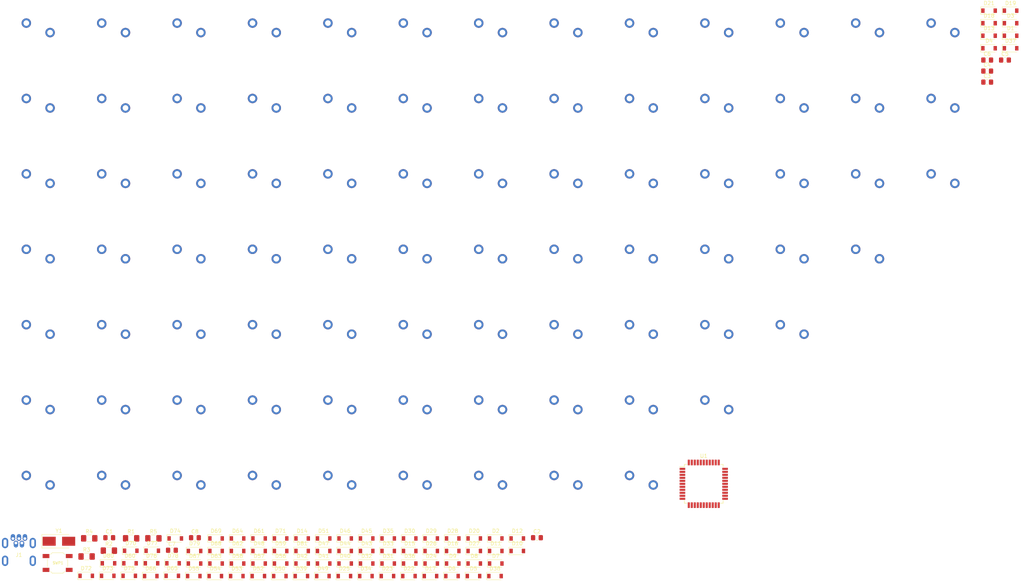
<source format=kicad_pcb>
(kicad_pcb (version 20171130) (host pcbnew "(5.1.5)-3")
  (layers (0 F.Cu signal) (31 B.Cu signal) (34 B.Paste user) (35 F.Paste user) (36 B.SilkS user) (37 F.SilkS user) (38 B.Mask user) (39 F.Mask user) (44 Edge.Cuts user))
  (net 0 "")
  (net 1 RST)
  (net 2 GND)
  (net 3 "Net-(C4-Pad1)")
  (net 4 +5V)
  (net 5 "Net-(D1-Pad2)")
  (net 6 Col1)
  (net 7 "Net-(D2-Pad2)")
  (net 8 Col2)
  (net 9 "Net-(D3-Pad2)")
  (net 10 "Net-(D4-Pad2)")
  (net 11 "Net-(J1-Pad6)")
  (net 12 "Net-(J1-Pad2)")
  (net 13 "Net-(J1-Pad4)")
  (net 14 "Net-(J1-Pad3)")
  (net 15 Row1)
  (net 16 Row2)
  (net 17 "Net-(U1-Pad42)")
  (net 18 "Net-(U1-Pad41)")
  (net 19 "Net-(U1-Pad40)")
  (net 20 "Net-(U1-Pad39)")
  (net 21 "Net-(U1-Pad38)")
  (net 22 "Net-(U1-Pad37)")
  (net 23 "Net-(U1-Pad36)")
  (net 24 "Net-(U1-Pad32)")
  (net 25 "Net-(U1-Pad31)")
  (net 26 "Net-(U1-Pad30)")
  (net 27 "Net-(U1-Pad29)")
  (net 28 "Net-(U1-Pad28)")
  (net 29 "Net-(U1-Pad27)")
  (net 30 "Net-(U1-Pad26)")
  (net 31 "Net-(U1-Pad25)")
  (net 32 "Net-(U1-Pad22)")
  (net 33 "Net-(U1-Pad21)")
  (net 34 "Net-(U1-Pad20)")
  (net 35 "Net-(U1-Pad19)")
  (net 36 "Net-(U1-Pad18)")
  (net 37 "Net-(U1-Pad12)")
  (net 38 "Net-(U1-Pad11)")
  (net 39 "Net-(U1-Pad10)")
  (net 40 "Net-(U1-Pad9)")
  (net 41 "Net-(U1-Pad8)")
  (net 42 "Net-(U1-Pad1)")
  (net 43 "Net-(C1-Pad1)")
  (net 44 "Net-(C2-Pad2)")
  (net 45 "Net-(C3-Pad1)")
  (net 46 Row3)
  (net 47 Row4)
  (net 48 "Net-(D5-Pad2)")
  (net 49 Row5)
  (net 50 "Net-(D6-Pad2)")
  (net 51 Row6)
  (net 52 "Net-(D7-Pad2)")
  (net 53 "Net-(D8-Pad2)")
  (net 54 "Net-(D9-Pad2)")
  (net 55 "Net-(D10-Pad2)")
  (net 56 "Net-(D11-Pad2)")
  (net 57 "Net-(D12-Pad2)")
  (net 58 "Net-(D13-Pad2)")
  (net 59 "Net-(D14-Pad2)")
  (net 60 "Net-(D15-Pad2)")
  (net 61 "Net-(D16-Pad2)")
  (net 62 "Net-(D17-Pad2)")
  (net 63 "Net-(D18-Pad2)")
  (net 64 "Net-(D19-Pad2)")
  (net 65 "Net-(D20-Pad2)")
  (net 66 "Net-(D21-Pad2)")
  (net 67 "Net-(D22-Pad2)")
  (net 68 "Net-(D23-Pad2)")
  (net 69 "Net-(D24-Pad2)")
  (net 70 "Net-(D25-Pad2)")
  (net 71 "Net-(D26-Pad2)")
  (net 72 "Net-(D27-Pad2)")
  (net 73 "Net-(D28-Pad2)")
  (net 74 "Net-(D29-Pad2)")
  (net 75 "Net-(D30-Pad2)")
  (net 76 "Net-(D31-Pad2)")
  (net 77 "Net-(D32-Pad2)")
  (net 78 "Net-(D33-Pad2)")
  (net 79 "Net-(D34-Pad2)")
  (net 80 "Net-(D35-Pad2)")
  (net 81 "Net-(D36-Pad2)")
  (net 82 "Net-(D37-Pad2)")
  (net 83 "Net-(D38-Pad2)")
  (net 84 "Net-(D39-Pad2)")
  (net 85 "Net-(D40-Pad2)")
  (net 86 "Net-(D41-Pad2)")
  (net 87 "Net-(D42-Pad2)")
  (net 88 "Net-(D43-Pad2)")
  (net 89 "Net-(D44-Pad2)")
  (net 90 "Net-(D45-Pad2)")
  (net 91 "Net-(D46-Pad2)")
  (net 92 "Net-(D47-Pad2)")
  (net 93 "Net-(D48-Pad2)")
  (net 94 "Net-(D49-Pad2)")
  (net 95 "Net-(D50-Pad2)")
  (net 96 "Net-(D51-Pad2)")
  (net 97 "Net-(D52-Pad2)")
  (net 98 "Net-(D53-Pad2)")
  (net 99 "Net-(D54-Pad2)")
  (net 100 "Net-(D55-Pad2)")
  (net 101 "Net-(D56-Pad2)")
  (net 102 "Net-(D57-Pad2)")
  (net 103 "Net-(D58-Pad2)")
  (net 104 "Net-(D59-Pad2)")
  (net 105 "Net-(D60-Pad2)")
  (net 106 "Net-(D61-Pad2)")
  (net 107 "Net-(D62-Pad2)")
  (net 108 "Net-(D63-Pad2)")
  (net 109 "Net-(D64-Pad2)")
  (net 110 "Net-(D65-Pad2)")
  (net 111 "Net-(D66-Pad2)")
  (net 112 "Net-(D67-Pad2)")
  (net 113 "Net-(D68-Pad2)")
  (net 114 "Net-(D69-Pad2)")
  (net 115 "Net-(D70-Pad2)")
  (net 116 "Net-(D71-Pad2)")
  (net 117 "Net-(D72-Pad2)")
  (net 118 "Net-(D73-Pad2)")
  (net 119 "Net-(D74-Pad2)")
  (net 120 "Net-(D75-Pad2)")
  (net 121 "Net-(D76-Pad2)")
  (net 122 "Net-(D77-Pad2)")
  (net 123 "Net-(D78-Pad2)")
  (net 124 "Net-(D79-Pad2)")
  (net 125 "Net-(D80-Pad2)")
  (net 126 "Net-(D81-Pad2)")
  (net 127 "Net-(R1-Pad2)")
  (net 128 "Net-(R2-Pad2)")
  (net 129 "Net-(R3-Pad1)")
  (net 130 Col3)
  (net 131 Col4)
  (net 132 Col5)
  (net 133 Col6)
  (net 134 Col7)
  (net 135 Col8)
  (net 136 Col9)
  (net 137 Col10)
  (net 138 Col11)
  (net 139 Col12)
  (net 140 Col13)
  (net 141 Col14)
  (net 142 Col15)
  (module Crystal:Crystal_SMD_5032-2Pin_5.0x3.2mm_HandSoldering (layer F.Cu) (at 87.515 204.785)
    (fp_text reference Y1 (at 0 -2.8) (layer F.SilkS))
    (fp_text value 16MHz)
    (pad 2 smd rect (at 2.6 0) (size 3.5 2.4) (layers F.Cu F.Paste F.Mask) (net 45 "Net-(C3-Pad1)"))
    (pad 1 smd rect (at -2.6 0) (size 3.5 2.4) (layers F.Cu F.Paste F.Mask) (net 44 "Net-(C2-Pad2)"))
  )
  (module Package_QFP:TQFP-44_10x10mm_P0.8mm (layer F.Cu) (at 259.845 189.435)
    (fp_text reference U1 (at 0 -7.45) (layer F.SilkS))
    (fp_text value ATmega32U4-AU)
    (pad 44 smd rect (at -4 -5.7 90) (size 1.5 0.55) (layers F.Cu F.Paste F.Mask) (net 4 +5V))
    (pad 43 smd rect (at -3.2 -5.7 90) (size 1.5 0.55) (layers F.Cu F.Paste F.Mask) (net 2 GND))
    (pad 42 smd rect (at -2.4 -5.7 90) (size 1.5 0.55) (layers F.Cu F.Paste F.Mask) (net 17 "Net-(U1-Pad42)"))
    (pad 41 smd rect (at -1.6 -5.7 90) (size 1.5 0.55) (layers F.Cu F.Paste F.Mask) (net 18 "Net-(U1-Pad41)"))
    (pad 40 smd rect (at -0.8 -5.7 90) (size 1.5 0.55) (layers F.Cu F.Paste F.Mask) (net 19 "Net-(U1-Pad40)"))
    (pad 39 smd rect (at 0 -5.7 90) (size 1.5 0.55) (layers F.Cu F.Paste F.Mask) (net 20 "Net-(U1-Pad39)"))
    (pad 38 smd rect (at 0.8 -5.7 90) (size 1.5 0.55) (layers F.Cu F.Paste F.Mask) (net 21 "Net-(U1-Pad38)"))
    (pad 37 smd rect (at 1.6 -5.7 90) (size 1.5 0.55) (layers F.Cu F.Paste F.Mask) (net 22 "Net-(U1-Pad37)"))
    (pad 36 smd rect (at 2.4 -5.7 90) (size 1.5 0.55) (layers F.Cu F.Paste F.Mask) (net 23 "Net-(U1-Pad36)"))
    (pad 35 smd rect (at 3.2 -5.7 90) (size 1.5 0.55) (layers F.Cu F.Paste F.Mask) (net 2 GND))
    (pad 34 smd rect (at 4 -5.7 90) (size 1.5 0.55) (layers F.Cu F.Paste F.Mask) (net 4 +5V))
    (pad 33 smd rect (at 5.7 -4) (size 1.5 0.55) (layers F.Cu F.Paste F.Mask) (net 127 "Net-(R1-Pad2)"))
    (pad 32 smd rect (at 5.7 -3.2) (size 1.5 0.55) (layers F.Cu F.Paste F.Mask) (net 24 "Net-(U1-Pad32)"))
    (pad 31 smd rect (at 5.7 -2.4) (size 1.5 0.55) (layers F.Cu F.Paste F.Mask) (net 25 "Net-(U1-Pad31)"))
    (pad 30 smd rect (at 5.7 -1.6) (size 1.5 0.55) (layers F.Cu F.Paste F.Mask) (net 26 "Net-(U1-Pad30)"))
    (pad 29 smd rect (at 5.7 -0.8) (size 1.5 0.55) (layers F.Cu F.Paste F.Mask) (net 27 "Net-(U1-Pad29)"))
    (pad 28 smd rect (at 5.7 0) (size 1.5 0.55) (layers F.Cu F.Paste F.Mask) (net 28 "Net-(U1-Pad28)"))
    (pad 27 smd rect (at 5.7 0.8) (size 1.5 0.55) (layers F.Cu F.Paste F.Mask) (net 29 "Net-(U1-Pad27)"))
    (pad 26 smd rect (at 5.7 1.6) (size 1.5 0.55) (layers F.Cu F.Paste F.Mask) (net 30 "Net-(U1-Pad26)"))
    (pad 25 smd rect (at 5.7 2.4) (size 1.5 0.55) (layers F.Cu F.Paste F.Mask) (net 31 "Net-(U1-Pad25)"))
    (pad 24 smd rect (at 5.7 3.2) (size 1.5 0.55) (layers F.Cu F.Paste F.Mask) (net 4 +5V))
    (pad 23 smd rect (at 5.7 4) (size 1.5 0.55) (layers F.Cu F.Paste F.Mask) (net 2 GND))
    (pad 22 smd rect (at 4 5.7 90) (size 1.5 0.55) (layers F.Cu F.Paste F.Mask) (net 32 "Net-(U1-Pad22)"))
    (pad 21 smd rect (at 3.2 5.7 90) (size 1.5 0.55) (layers F.Cu F.Paste F.Mask) (net 33 "Net-(U1-Pad21)"))
    (pad 20 smd rect (at 2.4 5.7 90) (size 1.5 0.55) (layers F.Cu F.Paste F.Mask) (net 34 "Net-(U1-Pad20)"))
    (pad 19 smd rect (at 1.6 5.7 90) (size 1.5 0.55) (layers F.Cu F.Paste F.Mask) (net 35 "Net-(U1-Pad19)"))
    (pad 18 smd rect (at 0.8 5.7 90) (size 1.5 0.55) (layers F.Cu F.Paste F.Mask) (net 36 "Net-(U1-Pad18)"))
    (pad 17 smd rect (at 0 5.7 90) (size 1.5 0.55) (layers F.Cu F.Paste F.Mask) (net 45 "Net-(C3-Pad1)"))
    (pad 16 smd rect (at -0.8 5.7 90) (size 1.5 0.55) (layers F.Cu F.Paste F.Mask) (net 44 "Net-(C2-Pad2)"))
    (pad 15 smd rect (at -1.6 5.7 90) (size 1.5 0.55) (layers F.Cu F.Paste F.Mask) (net 2 GND))
    (pad 14 smd rect (at -2.4 5.7 90) (size 1.5 0.55) (layers F.Cu F.Paste F.Mask) (net 4 +5V))
    (pad 13 smd rect (at -3.2 5.7 90) (size 1.5 0.55) (layers F.Cu F.Paste F.Mask) (net 1 RST))
    (pad 12 smd rect (at -4 5.7 90) (size 1.5 0.55) (layers F.Cu F.Paste F.Mask) (net 37 "Net-(U1-Pad12)"))
    (pad 11 smd rect (at -5.7 4) (size 1.5 0.55) (layers F.Cu F.Paste F.Mask) (net 38 "Net-(U1-Pad11)"))
    (pad 10 smd rect (at -5.7 3.2) (size 1.5 0.55) (layers F.Cu F.Paste F.Mask) (net 39 "Net-(U1-Pad10)"))
    (pad 9 smd rect (at -5.7 2.4) (size 1.5 0.55) (layers F.Cu F.Paste F.Mask) (net 40 "Net-(U1-Pad9)"))
    (pad 8 smd rect (at -5.7 1.6) (size 1.5 0.55) (layers F.Cu F.Paste F.Mask) (net 41 "Net-(U1-Pad8)"))
    (pad 7 smd rect (at -5.7 0.8) (size 1.5 0.55) (layers F.Cu F.Paste F.Mask) (net 4 +5V))
    (pad 6 smd rect (at -5.7 0) (size 1.5 0.55) (layers F.Cu F.Paste F.Mask) (net 43 "Net-(C1-Pad1)"))
    (pad 5 smd rect (at -5.7 -0.8) (size 1.5 0.55) (layers F.Cu F.Paste F.Mask) (net 2 GND))
    (pad 4 smd rect (at -5.7 -1.6) (size 1.5 0.55) (layers F.Cu F.Paste F.Mask) (net 129 "Net-(R3-Pad1)"))
    (pad 3 smd rect (at -5.7 -2.4) (size 1.5 0.55) (layers F.Cu F.Paste F.Mask) (net 128 "Net-(R2-Pad2)"))
    (pad 2 smd rect (at -5.7 -3.2) (size 1.5 0.55) (layers F.Cu F.Paste F.Mask) (net 4 +5V))
    (pad 1 smd rect (at -5.7 -4) (size 1.5 0.55) (layers F.Cu F.Paste F.Mask) (net 42 "Net-(U1-Pad1)"))
  )
  (module acheron_Hardware:smdPushBtn (layer F.Cu) (at 87.165 210.585)
    (fp_text reference SWP1 (at 0.1 0) (layer F.SilkS) (effects (font (size 0.7 0.7))))
    (fp_text value SW_Push)
    (pad 2 smd rect (at 3.1 1.85) (size 1.8 1.1) (layers F.Cu F.Paste F.Mask) (net 1 RST))
    (pad 2 smd rect (at -3.1 1.85) (size 1.8 1.1) (layers F.Cu F.Paste F.Mask) (net 1 RST))
    (pad 1 smd rect (at 3.1 -1.85) (size 1.8 1.1) (layers F.Cu F.Paste F.Mask) (net 3 "Net-(C4-Pad1)"))
    (pad 1 smd rect (at -3.1 -1.85) (size 1.8 1.1) (layers F.Cu F.Paste F.Mask) (net 3 "Net-(C4-Pad1)"))
  )
  (module acheron_MX:MX100 (layer F.Cu) (at 81.345 91.535)
    (fp_text reference SW81)
    (fp_text value Right)
    (pad 2 thru_hole circle (at 3.81 -2.54 90) (size 2.54 2.54) (drill 1.525) (layers *.Cu *.Mask) (net 126 "Net-(D81-Pad2)"))
    (pad 1 thru_hole circle (at -2.54 -5.08) (size 2.54 2.54) (drill 1.525) (layers *.Cu *.Mask) (net 142 Col15))
    (pad "" np_thru_hole circle (at -5.08 0) (size 1.7018 1.7018) (drill 1.7018) (layers *.Cu *.Mask))
    (pad "" np_thru_hole circle (at 5.08 0) (size 1.7018 1.7018) (drill 1.7018) (layers *.Cu *.Mask))
    (pad "" np_thru_hole circle (at 0 0) (size 3.9878 3.9878) (drill 3.9878) (layers *.Cu *.Mask))
  )
  (module acheron_MX:MX100 (layer F.Cu) (at 101.495 71.385)
    (fp_text reference SW80)
    (fp_text value PgDn)
    (pad 2 thru_hole circle (at 3.81 -2.54 90) (size 2.54 2.54) (drill 1.525) (layers *.Cu *.Mask) (net 125 "Net-(D80-Pad2)"))
    (pad 1 thru_hole circle (at -2.54 -5.08) (size 2.54 2.54) (drill 1.525) (layers *.Cu *.Mask) (net 142 Col15))
    (pad "" np_thru_hole circle (at -5.08 0) (size 1.7018 1.7018) (drill 1.7018) (layers *.Cu *.Mask))
    (pad "" np_thru_hole circle (at 5.08 0) (size 1.7018 1.7018) (drill 1.7018) (layers *.Cu *.Mask))
    (pad "" np_thru_hole circle (at 0 0) (size 3.9878 3.9878) (drill 3.9878) (layers *.Cu *.Mask))
  )
  (module acheron_MX:MX100 (layer F.Cu) (at 81.345 111.685)
    (fp_text reference SW79)
    (fp_text value PgUp)
    (pad 2 thru_hole circle (at 3.81 -2.54 90) (size 2.54 2.54) (drill 1.525) (layers *.Cu *.Mask) (net 124 "Net-(D79-Pad2)"))
    (pad 1 thru_hole circle (at -2.54 -5.08) (size 2.54 2.54) (drill 1.525) (layers *.Cu *.Mask) (net 142 Col15))
    (pad "" np_thru_hole circle (at -5.08 0) (size 1.7018 1.7018) (drill 1.7018) (layers *.Cu *.Mask))
    (pad "" np_thru_hole circle (at 5.08 0) (size 1.7018 1.7018) (drill 1.7018) (layers *.Cu *.Mask))
    (pad "" np_thru_hole circle (at 0 0) (size 3.9878 3.9878) (drill 3.9878) (layers *.Cu *.Mask))
  )
  (module acheron_MX:MX100 (layer F.Cu) (at 101.495 91.535)
    (fp_text reference SW78)
    (fp_text value Delete)
    (pad 2 thru_hole circle (at 3.81 -2.54 90) (size 2.54 2.54) (drill 1.525) (layers *.Cu *.Mask) (net 123 "Net-(D78-Pad2)"))
    (pad 1 thru_hole circle (at -2.54 -5.08) (size 2.54 2.54) (drill 1.525) (layers *.Cu *.Mask) (net 142 Col15))
    (pad "" np_thru_hole circle (at -5.08 0) (size 1.7018 1.7018) (drill 1.7018) (layers *.Cu *.Mask))
    (pad "" np_thru_hole circle (at 5.08 0) (size 1.7018 1.7018) (drill 1.7018) (layers *.Cu *.Mask))
    (pad "" np_thru_hole circle (at 0 0) (size 3.9878 3.9878) (drill 3.9878) (layers *.Cu *.Mask))
  )
  (module acheron_MX:MX100 (layer F.Cu) (at 121.645 71.385)
    (fp_text reference SW77)
    (fp_text value End)
    (pad 2 thru_hole circle (at 3.81 -2.54 90) (size 2.54 2.54) (drill 1.525) (layers *.Cu *.Mask) (net 122 "Net-(D77-Pad2)"))
    (pad 1 thru_hole circle (at -2.54 -5.08) (size 2.54 2.54) (drill 1.525) (layers *.Cu *.Mask) (net 142 Col15))
    (pad "" np_thru_hole circle (at -5.08 0) (size 1.7018 1.7018) (drill 1.7018) (layers *.Cu *.Mask))
    (pad "" np_thru_hole circle (at 5.08 0) (size 1.7018 1.7018) (drill 1.7018) (layers *.Cu *.Mask))
    (pad "" np_thru_hole circle (at 0 0) (size 3.9878 3.9878) (drill 3.9878) (layers *.Cu *.Mask))
  )
  (module acheron_MX:MX100 (layer F.Cu) (at 81.345 131.835)
    (fp_text reference SW76)
    (fp_text value Down)
    (pad 2 thru_hole circle (at 3.81 -2.54 90) (size 2.54 2.54) (drill 1.525) (layers *.Cu *.Mask) (net 121 "Net-(D76-Pad2)"))
    (pad 1 thru_hole circle (at -2.54 -5.08) (size 2.54 2.54) (drill 1.525) (layers *.Cu *.Mask) (net 141 Col14))
    (pad "" np_thru_hole circle (at -5.08 0) (size 1.7018 1.7018) (drill 1.7018) (layers *.Cu *.Mask))
    (pad "" np_thru_hole circle (at 5.08 0) (size 1.7018 1.7018) (drill 1.7018) (layers *.Cu *.Mask))
    (pad "" np_thru_hole circle (at 0 0) (size 3.9878 3.9878) (drill 3.9878) (layers *.Cu *.Mask))
  )
  (module acheron_MX:MX100 (layer F.Cu) (at 101.495 111.685)
    (fp_text reference SW75)
    (fp_text value Up)
    (pad 2 thru_hole circle (at 3.81 -2.54 90) (size 2.54 2.54) (drill 1.525) (layers *.Cu *.Mask) (net 120 "Net-(D75-Pad2)"))
    (pad 1 thru_hole circle (at -2.54 -5.08) (size 2.54 2.54) (drill 1.525) (layers *.Cu *.Mask) (net 141 Col14))
    (pad "" np_thru_hole circle (at -5.08 0) (size 1.7018 1.7018) (drill 1.7018) (layers *.Cu *.Mask))
    (pad "" np_thru_hole circle (at 5.08 0) (size 1.7018 1.7018) (drill 1.7018) (layers *.Cu *.Mask))
    (pad "" np_thru_hole circle (at 0 0) (size 3.9878 3.9878) (drill 3.9878) (layers *.Cu *.Mask))
  )
  (module acheron_MX:MX100 (layer F.Cu) (at 182.095 71.385)
    (fp_text reference SW74)
    (fp_text value Enter)
    (pad 2 thru_hole circle (at 3.81 -2.54 90) (size 2.54 2.54) (drill 1.525) (layers *.Cu *.Mask) (net 119 "Net-(D74-Pad2)"))
    (pad 1 thru_hole circle (at -2.54 -5.08) (size 2.54 2.54) (drill 1.525) (layers *.Cu *.Mask) (net 141 Col14))
    (pad "" np_thru_hole circle (at -5.08 0) (size 1.7018 1.7018) (drill 1.7018) (layers *.Cu *.Mask))
    (pad "" np_thru_hole circle (at 5.08 0) (size 1.7018 1.7018) (drill 1.7018) (layers *.Cu *.Mask))
    (pad "" np_thru_hole circle (at 0 0) (size 3.9878 3.9878) (drill 3.9878) (layers *.Cu *.Mask))
  )
  (module acheron_MX:MX100 (layer F.Cu) (at 141.795 71.385)
    (fp_text reference SW73)
    (fp_text value \)
    (pad 2 thru_hole circle (at 3.81 -2.54 90) (size 2.54 2.54) (drill 1.525) (layers *.Cu *.Mask) (net 118 "Net-(D73-Pad2)"))
    (pad 1 thru_hole circle (at -2.54 -5.08) (size 2.54 2.54) (drill 1.525) (layers *.Cu *.Mask) (net 141 Col14))
    (pad "" np_thru_hole circle (at -5.08 0) (size 1.7018 1.7018) (drill 1.7018) (layers *.Cu *.Mask))
    (pad "" np_thru_hole circle (at 5.08 0) (size 1.7018 1.7018) (drill 1.7018) (layers *.Cu *.Mask))
    (pad "" np_thru_hole circle (at 0 0) (size 3.9878 3.9878) (drill 3.9878) (layers *.Cu *.Mask))
  )
  (module acheron_MX:MX100 (layer F.Cu) (at 81.345 151.985)
    (fp_text reference SW72)
    (fp_text value BkSpc)
    (pad 2 thru_hole circle (at 3.81 -2.54 90) (size 2.54 2.54) (drill 1.525) (layers *.Cu *.Mask) (net 117 "Net-(D72-Pad2)"))
    (pad 1 thru_hole circle (at -2.54 -5.08) (size 2.54 2.54) (drill 1.525) (layers *.Cu *.Mask) (net 141 Col14))
    (pad "" np_thru_hole circle (at -5.08 0) (size 1.7018 1.7018) (drill 1.7018) (layers *.Cu *.Mask))
    (pad "" np_thru_hole circle (at 5.08 0) (size 1.7018 1.7018) (drill 1.7018) (layers *.Cu *.Mask))
    (pad "" np_thru_hole circle (at 0 0) (size 3.9878 3.9878) (drill 3.9878) (layers *.Cu *.Mask))
  )
  (module acheron_MX:MX100 (layer F.Cu) (at 81.345 71.385)
    (fp_text reference SW71)
    (fp_text value Home)
    (pad 2 thru_hole circle (at 3.81 -2.54 90) (size 2.54 2.54) (drill 1.525) (layers *.Cu *.Mask) (net 116 "Net-(D71-Pad2)"))
    (pad 1 thru_hole circle (at -2.54 -5.08) (size 2.54 2.54) (drill 1.525) (layers *.Cu *.Mask) (net 141 Col14))
    (pad "" np_thru_hole circle (at -5.08 0) (size 1.7018 1.7018) (drill 1.7018) (layers *.Cu *.Mask))
    (pad "" np_thru_hole circle (at 5.08 0) (size 1.7018 1.7018) (drill 1.7018) (layers *.Cu *.Mask))
    (pad "" np_thru_hole circle (at 0 0) (size 3.9878 3.9878) (drill 3.9878) (layers *.Cu *.Mask))
  )
  (module acheron_MX:MX100 (layer F.Cu) (at 121.645 111.685)
    (fp_text reference SW70)
    (fp_text value Left)
    (pad 2 thru_hole circle (at 3.81 -2.54 90) (size 2.54 2.54) (drill 1.525) (layers *.Cu *.Mask) (net 115 "Net-(D70-Pad2)"))
    (pad 1 thru_hole circle (at -2.54 -5.08) (size 2.54 2.54) (drill 1.525) (layers *.Cu *.Mask) (net 140 Col13))
    (pad "" np_thru_hole circle (at -5.08 0) (size 1.7018 1.7018) (drill 1.7018) (layers *.Cu *.Mask))
    (pad "" np_thru_hole circle (at 5.08 0) (size 1.7018 1.7018) (drill 1.7018) (layers *.Cu *.Mask))
    (pad "" np_thru_hole circle (at 0 0) (size 3.9878 3.9878) (drill 3.9878) (layers *.Cu *.Mask))
  )
  (module acheron_MX:MX100 (layer F.Cu) (at 141.795 91.535)
    (fp_text reference SW69)
    (fp_text value Shift)
    (pad 2 thru_hole circle (at 3.81 -2.54 90) (size 2.54 2.54) (drill 1.525) (layers *.Cu *.Mask) (net 114 "Net-(D69-Pad2)"))
    (pad 1 thru_hole circle (at -2.54 -5.08) (size 2.54 2.54) (drill 1.525) (layers *.Cu *.Mask) (net 140 Col13))
    (pad "" np_thru_hole circle (at -5.08 0) (size 1.7018 1.7018) (drill 1.7018) (layers *.Cu *.Mask))
    (pad "" np_thru_hole circle (at 5.08 0) (size 1.7018 1.7018) (drill 1.7018) (layers *.Cu *.Mask))
    (pad "" np_thru_hole circle (at 0 0) (size 3.9878 3.9878) (drill 3.9878) (layers *.Cu *.Mask))
  )
  (module acheron_MX:MX100 (layer F.Cu) (at 161.945 71.385)
    (fp_text reference SW68)
    (fp_text value ])
    (pad 2 thru_hole circle (at 3.81 -2.54 90) (size 2.54 2.54) (drill 1.525) (layers *.Cu *.Mask) (net 113 "Net-(D68-Pad2)"))
    (pad 1 thru_hole circle (at -2.54 -5.08) (size 2.54 2.54) (drill 1.525) (layers *.Cu *.Mask) (net 140 Col13))
    (pad "" np_thru_hole circle (at -5.08 0) (size 1.7018 1.7018) (drill 1.7018) (layers *.Cu *.Mask))
    (pad "" np_thru_hole circle (at 5.08 0) (size 1.7018 1.7018) (drill 1.7018) (layers *.Cu *.Mask))
    (pad "" np_thru_hole circle (at 0 0) (size 3.9878 3.9878) (drill 3.9878) (layers *.Cu *.Mask))
  )
  (module acheron_MX:MX100 (layer F.Cu) (at 81.345 172.135)
    (fp_text reference SW67)
    (fp_text value Plus)
    (pad 2 thru_hole circle (at 3.81 -2.54 90) (size 2.54 2.54) (drill 1.525) (layers *.Cu *.Mask) (net 112 "Net-(D67-Pad2)"))
    (pad 1 thru_hole circle (at -2.54 -5.08) (size 2.54 2.54) (drill 1.525) (layers *.Cu *.Mask) (net 140 Col13))
    (pad "" np_thru_hole circle (at -5.08 0) (size 1.7018 1.7018) (drill 1.7018) (layers *.Cu *.Mask))
    (pad "" np_thru_hole circle (at 5.08 0) (size 1.7018 1.7018) (drill 1.7018) (layers *.Cu *.Mask))
    (pad "" np_thru_hole circle (at 0 0) (size 3.9878 3.9878) (drill 3.9878) (layers *.Cu *.Mask))
  )
  (module acheron_MX:MX100 (layer F.Cu) (at 101.495 151.985)
    (fp_text reference SW66)
    (fp_text value F12)
    (pad 2 thru_hole circle (at 3.81 -2.54 90) (size 2.54 2.54) (drill 1.525) (layers *.Cu *.Mask) (net 111 "Net-(D66-Pad2)"))
    (pad 1 thru_hole circle (at -2.54 -5.08) (size 2.54 2.54) (drill 1.525) (layers *.Cu *.Mask) (net 140 Col13))
    (pad "" np_thru_hole circle (at -5.08 0) (size 1.7018 1.7018) (drill 1.7018) (layers *.Cu *.Mask))
    (pad "" np_thru_hole circle (at 5.08 0) (size 1.7018 1.7018) (drill 1.7018) (layers *.Cu *.Mask))
    (pad "" np_thru_hole circle (at 0 0) (size 3.9878 3.9878) (drill 3.9878) (layers *.Cu *.Mask))
  )
  (module acheron_MX:MX100 (layer F.Cu) (at 121.645 131.835)
    (fp_text reference SW65)
    (fp_text value Fn)
    (pad 2 thru_hole circle (at 3.81 -2.54 90) (size 2.54 2.54) (drill 1.525) (layers *.Cu *.Mask) (net 110 "Net-(D65-Pad2)"))
    (pad 1 thru_hole circle (at -2.54 -5.08) (size 2.54 2.54) (drill 1.525) (layers *.Cu *.Mask) (net 139 Col12))
    (pad "" np_thru_hole circle (at -5.08 0) (size 1.7018 1.7018) (drill 1.7018) (layers *.Cu *.Mask))
    (pad "" np_thru_hole circle (at 5.08 0) (size 1.7018 1.7018) (drill 1.7018) (layers *.Cu *.Mask))
    (pad "" np_thru_hole circle (at 0 0) (size 3.9878 3.9878) (drill 3.9878) (layers *.Cu *.Mask))
  )
  (module acheron_MX:MX100 (layer F.Cu) (at 141.795 111.685)
    (fp_text reference SW64)
    (fp_text value ?)
    (pad 2 thru_hole circle (at 3.81 -2.54 90) (size 2.54 2.54) (drill 1.525) (layers *.Cu *.Mask) (net 109 "Net-(D64-Pad2)"))
    (pad 1 thru_hole circle (at -2.54 -5.08) (size 2.54 2.54) (drill 1.525) (layers *.Cu *.Mask) (net 139 Col12))
    (pad "" np_thru_hole circle (at -5.08 0) (size 1.7018 1.7018) (drill 1.7018) (layers *.Cu *.Mask))
    (pad "" np_thru_hole circle (at 5.08 0) (size 1.7018 1.7018) (drill 1.7018) (layers *.Cu *.Mask))
    (pad "" np_thru_hole circle (at 0 0) (size 3.9878 3.9878) (drill 3.9878) (layers *.Cu *.Mask))
  )
  (module acheron_MX:MX100 (layer F.Cu) (at 161.945 91.535)
    (fp_text reference SW63)
    (fp_text value Quote)
    (pad 2 thru_hole circle (at 3.81 -2.54 90) (size 2.54 2.54) (drill 1.525) (layers *.Cu *.Mask) (net 108 "Net-(D63-Pad2)"))
    (pad 1 thru_hole circle (at -2.54 -5.08) (size 2.54 2.54) (drill 1.525) (layers *.Cu *.Mask) (net 139 Col12))
    (pad "" np_thru_hole circle (at -5.08 0) (size 1.7018 1.7018) (drill 1.7018) (layers *.Cu *.Mask))
    (pad "" np_thru_hole circle (at 5.08 0) (size 1.7018 1.7018) (drill 1.7018) (layers *.Cu *.Mask))
    (pad "" np_thru_hole circle (at 0 0) (size 3.9878 3.9878) (drill 3.9878) (layers *.Cu *.Mask))
  )
  (module acheron_MX:MX100 (layer F.Cu) (at 121.645 91.535)
    (fp_text reference SW62)
    (fp_text value [)
    (pad 2 thru_hole circle (at 3.81 -2.54 90) (size 2.54 2.54) (drill 1.525) (layers *.Cu *.Mask) (net 107 "Net-(D62-Pad2)"))
    (pad 1 thru_hole circle (at -2.54 -5.08) (size 2.54 2.54) (drill 1.525) (layers *.Cu *.Mask) (net 139 Col12))
    (pad "" np_thru_hole circle (at -5.08 0) (size 1.7018 1.7018) (drill 1.7018) (layers *.Cu *.Mask))
    (pad "" np_thru_hole circle (at 5.08 0) (size 1.7018 1.7018) (drill 1.7018) (layers *.Cu *.Mask))
    (pad "" np_thru_hole circle (at 0 0) (size 3.9878 3.9878) (drill 3.9878) (layers *.Cu *.Mask))
  )
  (module acheron_MX:MX100 (layer F.Cu) (at 121.645 151.985)
    (fp_text reference SW61)
    (fp_text value Minus)
    (pad 2 thru_hole circle (at 3.81 -2.54 90) (size 2.54 2.54) (drill 1.525) (layers *.Cu *.Mask) (net 106 "Net-(D61-Pad2)"))
    (pad 1 thru_hole circle (at -2.54 -5.08) (size 2.54 2.54) (drill 1.525) (layers *.Cu *.Mask) (net 139 Col12))
    (pad "" np_thru_hole circle (at -5.08 0) (size 1.7018 1.7018) (drill 1.7018) (layers *.Cu *.Mask))
    (pad "" np_thru_hole circle (at 5.08 0) (size 1.7018 1.7018) (drill 1.7018) (layers *.Cu *.Mask))
    (pad "" np_thru_hole circle (at 0 0) (size 3.9878 3.9878) (drill 3.9878) (layers *.Cu *.Mask))
  )
  (module acheron_MX:MX100 (layer F.Cu) (at 141.795 131.835)
    (fp_text reference SW60)
    (fp_text value F11)
    (pad 2 thru_hole circle (at 3.81 -2.54 90) (size 2.54 2.54) (drill 1.525) (layers *.Cu *.Mask) (net 105 "Net-(D60-Pad2)"))
    (pad 1 thru_hole circle (at -2.54 -5.08) (size 2.54 2.54) (drill 1.525) (layers *.Cu *.Mask) (net 139 Col12))
    (pad "" np_thru_hole circle (at -5.08 0) (size 1.7018 1.7018) (drill 1.7018) (layers *.Cu *.Mask))
    (pad "" np_thru_hole circle (at 5.08 0) (size 1.7018 1.7018) (drill 1.7018) (layers *.Cu *.Mask))
    (pad "" np_thru_hole circle (at 0 0) (size 3.9878 3.9878) (drill 3.9878) (layers *.Cu *.Mask))
  )
  (module acheron_MX:MX100 (layer F.Cu) (at 161.945 111.685)
    (fp_text reference SW59)
    (fp_text value RAlt)
    (pad 2 thru_hole circle (at 3.81 -2.54 90) (size 2.54 2.54) (drill 1.525) (layers *.Cu *.Mask) (net 104 "Net-(D59-Pad2)"))
    (pad 1 thru_hole circle (at -2.54 -5.08) (size 2.54 2.54) (drill 1.525) (layers *.Cu *.Mask) (net 138 Col11))
    (pad "" np_thru_hole circle (at -5.08 0) (size 1.7018 1.7018) (drill 1.7018) (layers *.Cu *.Mask))
    (pad "" np_thru_hole circle (at 5.08 0) (size 1.7018 1.7018) (drill 1.7018) (layers *.Cu *.Mask))
    (pad "" np_thru_hole circle (at 0 0) (size 3.9878 3.9878) (drill 3.9878) (layers *.Cu *.Mask))
  )
  (module acheron_MX:MX100 (layer F.Cu) (at 182.095 91.535)
    (fp_text reference SW58)
    (fp_text value >)
    (pad 2 thru_hole circle (at 3.81 -2.54 90) (size 2.54 2.54) (drill 1.525) (layers *.Cu *.Mask) (net 103 "Net-(D58-Pad2)"))
    (pad 1 thru_hole circle (at -2.54 -5.08) (size 2.54 2.54) (drill 1.525) (layers *.Cu *.Mask) (net 138 Col11))
    (pad "" np_thru_hole circle (at -5.08 0) (size 1.7018 1.7018) (drill 1.7018) (layers *.Cu *.Mask))
    (pad "" np_thru_hole circle (at 5.08 0) (size 1.7018 1.7018) (drill 1.7018) (layers *.Cu *.Mask))
    (pad "" np_thru_hole circle (at 0 0) (size 3.9878 3.9878) (drill 3.9878) (layers *.Cu *.Mask))
  )
  (module acheron_MX:MX100 (layer F.Cu) (at 202.245 71.385)
    (fp_text reference SW57)
    (fp_text value Colon)
    (pad 2 thru_hole circle (at 3.81 -2.54 90) (size 2.54 2.54) (drill 1.525) (layers *.Cu *.Mask) (net 102 "Net-(D57-Pad2)"))
    (pad 1 thru_hole circle (at -2.54 -5.08) (size 2.54 2.54) (drill 1.525) (layers *.Cu *.Mask) (net 138 Col11))
    (pad "" np_thru_hole circle (at -5.08 0) (size 1.7018 1.7018) (drill 1.7018) (layers *.Cu *.Mask))
    (pad "" np_thru_hole circle (at 5.08 0) (size 1.7018 1.7018) (drill 1.7018) (layers *.Cu *.Mask))
    (pad "" np_thru_hole circle (at 0 0) (size 3.9878 3.9878) (drill 3.9878) (layers *.Cu *.Mask))
  )
  (module acheron_MX:MX100 (layer F.Cu) (at 101.495 192.285)
    (fp_text reference SW56)
    (fp_text value P)
    (pad 2 thru_hole circle (at 3.81 -2.54 90) (size 2.54 2.54) (drill 1.525) (layers *.Cu *.Mask) (net 101 "Net-(D56-Pad2)"))
    (pad 1 thru_hole circle (at -2.54 -5.08) (size 2.54 2.54) (drill 1.525) (layers *.Cu *.Mask) (net 138 Col11))
    (pad "" np_thru_hole circle (at -5.08 0) (size 1.7018 1.7018) (drill 1.7018) (layers *.Cu *.Mask))
    (pad "" np_thru_hole circle (at 5.08 0) (size 1.7018 1.7018) (drill 1.7018) (layers *.Cu *.Mask))
    (pad "" np_thru_hole circle (at 0 0) (size 3.9878 3.9878) (drill 3.9878) (layers *.Cu *.Mask))
  )
  (module acheron_MX:MX100 (layer F.Cu) (at 121.645 172.135)
    (fp_text reference SW55)
    (fp_text value Zero)
    (pad 2 thru_hole circle (at 3.81 -2.54 90) (size 2.54 2.54) (drill 1.525) (layers *.Cu *.Mask) (net 100 "Net-(D55-Pad2)"))
    (pad 1 thru_hole circle (at -2.54 -5.08) (size 2.54 2.54) (drill 1.525) (layers *.Cu *.Mask) (net 138 Col11))
    (pad "" np_thru_hole circle (at -5.08 0) (size 1.7018 1.7018) (drill 1.7018) (layers *.Cu *.Mask))
    (pad "" np_thru_hole circle (at 5.08 0) (size 1.7018 1.7018) (drill 1.7018) (layers *.Cu *.Mask))
    (pad "" np_thru_hole circle (at 0 0) (size 3.9878 3.9878) (drill 3.9878) (layers *.Cu *.Mask))
  )
  (module acheron_MX:MX100 (layer F.Cu) (at 141.795 151.985)
    (fp_text reference SW54)
    (fp_text value F10)
    (pad 2 thru_hole circle (at 3.81 -2.54 90) (size 2.54 2.54) (drill 1.525) (layers *.Cu *.Mask) (net 99 "Net-(D54-Pad2)"))
    (pad 1 thru_hole circle (at -2.54 -5.08) (size 2.54 2.54) (drill 1.525) (layers *.Cu *.Mask) (net 138 Col11))
    (pad "" np_thru_hole circle (at -5.08 0) (size 1.7018 1.7018) (drill 1.7018) (layers *.Cu *.Mask))
    (pad "" np_thru_hole circle (at 5.08 0) (size 1.7018 1.7018) (drill 1.7018) (layers *.Cu *.Mask))
    (pad "" np_thru_hole circle (at 0 0) (size 3.9878 3.9878) (drill 3.9878) (layers *.Cu *.Mask))
  )
  (module acheron_MX:MX100 (layer F.Cu) (at 161.945 131.835)
    (fp_text reference SW53)
    (fp_text value <)
    (pad 2 thru_hole circle (at 3.81 -2.54 90) (size 2.54 2.54) (drill 1.525) (layers *.Cu *.Mask) (net 98 "Net-(D53-Pad2)"))
    (pad 1 thru_hole circle (at -2.54 -5.08) (size 2.54 2.54) (drill 1.525) (layers *.Cu *.Mask) (net 137 Col10))
    (pad "" np_thru_hole circle (at -5.08 0) (size 1.7018 1.7018) (drill 1.7018) (layers *.Cu *.Mask))
    (pad "" np_thru_hole circle (at 5.08 0) (size 1.7018 1.7018) (drill 1.7018) (layers *.Cu *.Mask))
    (pad "" np_thru_hole circle (at 0 0) (size 3.9878 3.9878) (drill 3.9878) (layers *.Cu *.Mask))
  )
  (module acheron_MX:MX100 (layer F.Cu) (at 182.095 111.685)
    (fp_text reference SW52)
    (fp_text value L)
    (pad 2 thru_hole circle (at 3.81 -2.54 90) (size 2.54 2.54) (drill 1.525) (layers *.Cu *.Mask) (net 97 "Net-(D52-Pad2)"))
    (pad 1 thru_hole circle (at -2.54 -5.08) (size 2.54 2.54) (drill 1.525) (layers *.Cu *.Mask) (net 137 Col10))
    (pad "" np_thru_hole circle (at -5.08 0) (size 1.7018 1.7018) (drill 1.7018) (layers *.Cu *.Mask))
    (pad "" np_thru_hole circle (at 5.08 0) (size 1.7018 1.7018) (drill 1.7018) (layers *.Cu *.Mask))
    (pad "" np_thru_hole circle (at 0 0) (size 3.9878 3.9878) (drill 3.9878) (layers *.Cu *.Mask))
  )
  (module acheron_MX:MX100 (layer F.Cu) (at 101.495 131.835)
    (fp_text reference SW51)
    (fp_text value O)
    (pad 2 thru_hole circle (at 3.81 -2.54 90) (size 2.54 2.54) (drill 1.525) (layers *.Cu *.Mask) (net 96 "Net-(D51-Pad2)"))
    (pad 1 thru_hole circle (at -2.54 -5.08) (size 2.54 2.54) (drill 1.525) (layers *.Cu *.Mask) (net 137 Col10))
    (pad "" np_thru_hole circle (at -5.08 0) (size 1.7018 1.7018) (drill 1.7018) (layers *.Cu *.Mask))
    (pad "" np_thru_hole circle (at 5.08 0) (size 1.7018 1.7018) (drill 1.7018) (layers *.Cu *.Mask))
    (pad "" np_thru_hole circle (at 0 0) (size 3.9878 3.9878) (drill 3.9878) (layers *.Cu *.Mask))
  )
  (module acheron_MX:MX100 (layer F.Cu) (at 101.495 172.135)
    (fp_text reference SW50)
    (fp_text value Nine)
    (pad 2 thru_hole circle (at 3.81 -2.54 90) (size 2.54 2.54) (drill 1.525) (layers *.Cu *.Mask) (net 95 "Net-(D50-Pad2)"))
    (pad 1 thru_hole circle (at -2.54 -5.08) (size 2.54 2.54) (drill 1.525) (layers *.Cu *.Mask) (net 137 Col10))
    (pad "" np_thru_hole circle (at -5.08 0) (size 1.7018 1.7018) (drill 1.7018) (layers *.Cu *.Mask))
    (pad "" np_thru_hole circle (at 5.08 0) (size 1.7018 1.7018) (drill 1.7018) (layers *.Cu *.Mask))
    (pad "" np_thru_hole circle (at 0 0) (size 3.9878 3.9878) (drill 3.9878) (layers *.Cu *.Mask))
  )
  (module acheron_MX:MX100 (layer F.Cu) (at 222.395 71.385)
    (fp_text reference SW49)
    (fp_text value F9)
    (pad 2 thru_hole circle (at 3.81 -2.54 90) (size 2.54 2.54) (drill 1.525) (layers *.Cu *.Mask) (net 94 "Net-(D49-Pad2)"))
    (pad 1 thru_hole circle (at -2.54 -5.08) (size 2.54 2.54) (drill 1.525) (layers *.Cu *.Mask) (net 137 Col10))
    (pad "" np_thru_hole circle (at -5.08 0) (size 1.7018 1.7018) (drill 1.7018) (layers *.Cu *.Mask))
    (pad "" np_thru_hole circle (at 5.08 0) (size 1.7018 1.7018) (drill 1.7018) (layers *.Cu *.Mask))
    (pad "" np_thru_hole circle (at 0 0) (size 3.9878 3.9878) (drill 3.9878) (layers *.Cu *.Mask))
  )
  (module acheron_MX:MX100 (layer F.Cu) (at 121.645 192.285)
    (fp_text reference SW48)
    (fp_text value M)
    (pad 2 thru_hole circle (at 3.81 -2.54 90) (size 2.54 2.54) (drill 1.525) (layers *.Cu *.Mask) (net 93 "Net-(D48-Pad2)"))
    (pad 1 thru_hole circle (at -2.54 -5.08) (size 2.54 2.54) (drill 1.525) (layers *.Cu *.Mask) (net 136 Col9))
    (pad "" np_thru_hole circle (at -5.08 0) (size 1.7018 1.7018) (drill 1.7018) (layers *.Cu *.Mask))
    (pad "" np_thru_hole circle (at 5.08 0) (size 1.7018 1.7018) (drill 1.7018) (layers *.Cu *.Mask))
    (pad "" np_thru_hole circle (at 0 0) (size 3.9878 3.9878) (drill 3.9878) (layers *.Cu *.Mask))
  )
  (module acheron_MX:MX100 (layer F.Cu) (at 141.795 172.135)
    (fp_text reference SW47)
    (fp_text value K)
    (pad 2 thru_hole circle (at 3.81 -2.54 90) (size 2.54 2.54) (drill 1.525) (layers *.Cu *.Mask) (net 92 "Net-(D47-Pad2)"))
    (pad 1 thru_hole circle (at -2.54 -5.08) (size 2.54 2.54) (drill 1.525) (layers *.Cu *.Mask) (net 136 Col9))
    (pad "" np_thru_hole circle (at -5.08 0) (size 1.7018 1.7018) (drill 1.7018) (layers *.Cu *.Mask))
    (pad "" np_thru_hole circle (at 5.08 0) (size 1.7018 1.7018) (drill 1.7018) (layers *.Cu *.Mask))
    (pad "" np_thru_hole circle (at 0 0) (size 3.9878 3.9878) (drill 3.9878) (layers *.Cu *.Mask))
  )
  (module acheron_MX:MX100 (layer F.Cu) (at 161.945 151.985)
    (fp_text reference SW46)
    (fp_text value I)
    (pad 2 thru_hole circle (at 3.81 -2.54 90) (size 2.54 2.54) (drill 1.525) (layers *.Cu *.Mask) (net 91 "Net-(D46-Pad2)"))
    (pad 1 thru_hole circle (at -2.54 -5.08) (size 2.54 2.54) (drill 1.525) (layers *.Cu *.Mask) (net 136 Col9))
    (pad "" np_thru_hole circle (at -5.08 0) (size 1.7018 1.7018) (drill 1.7018) (layers *.Cu *.Mask))
    (pad "" np_thru_hole circle (at 5.08 0) (size 1.7018 1.7018) (drill 1.7018) (layers *.Cu *.Mask))
    (pad "" np_thru_hole circle (at 0 0) (size 3.9878 3.9878) (drill 3.9878) (layers *.Cu *.Mask))
  )
  (module acheron_MX:MX100 (layer F.Cu) (at 182.095 131.835)
    (fp_text reference SW45)
    (fp_text value Eight)
    (pad 2 thru_hole circle (at 3.81 -2.54 90) (size 2.54 2.54) (drill 1.525) (layers *.Cu *.Mask) (net 90 "Net-(D45-Pad2)"))
    (pad 1 thru_hole circle (at -2.54 -5.08) (size 2.54 2.54) (drill 1.525) (layers *.Cu *.Mask) (net 136 Col9))
    (pad "" np_thru_hole circle (at -5.08 0) (size 1.7018 1.7018) (drill 1.7018) (layers *.Cu *.Mask))
    (pad "" np_thru_hole circle (at 5.08 0) (size 1.7018 1.7018) (drill 1.7018) (layers *.Cu *.Mask))
    (pad "" np_thru_hole circle (at 0 0) (size 3.9878 3.9878) (drill 3.9878) (layers *.Cu *.Mask))
  )
  (module acheron_MX:MX100 (layer F.Cu) (at 202.245 111.685)
    (fp_text reference SW44)
    (fp_text value F8)
    (pad 2 thru_hole circle (at 3.81 -2.54 90) (size 2.54 2.54) (drill 1.525) (layers *.Cu *.Mask) (net 89 "Net-(D44-Pad2)"))
    (pad 1 thru_hole circle (at -2.54 -5.08) (size 2.54 2.54) (drill 1.525) (layers *.Cu *.Mask) (net 136 Col9))
    (pad "" np_thru_hole circle (at -5.08 0) (size 1.7018 1.7018) (drill 1.7018) (layers *.Cu *.Mask))
    (pad "" np_thru_hole circle (at 5.08 0) (size 1.7018 1.7018) (drill 1.7018) (layers *.Cu *.Mask))
    (pad "" np_thru_hole circle (at 0 0) (size 3.9878 3.9878) (drill 3.9878) (layers *.Cu *.Mask))
  )
  (module acheron_MX:MX100 (layer F.Cu) (at 222.395 91.535)
    (fp_text reference SW43)
    (fp_text value N)
    (pad 2 thru_hole circle (at 3.81 -2.54 90) (size 2.54 2.54) (drill 1.525) (layers *.Cu *.Mask) (net 88 "Net-(D43-Pad2)"))
    (pad 1 thru_hole circle (at -2.54 -5.08) (size 2.54 2.54) (drill 1.525) (layers *.Cu *.Mask) (net 135 Col8))
    (pad "" np_thru_hole circle (at -5.08 0) (size 1.7018 1.7018) (drill 1.7018) (layers *.Cu *.Mask))
    (pad "" np_thru_hole circle (at 5.08 0) (size 1.7018 1.7018) (drill 1.7018) (layers *.Cu *.Mask))
    (pad "" np_thru_hole circle (at 0 0) (size 3.9878 3.9878) (drill 3.9878) (layers *.Cu *.Mask))
  )
  (module acheron_MX:MX100 (layer F.Cu) (at 242.545 71.385)
    (fp_text reference SW42)
    (fp_text value J)
    (pad 2 thru_hole circle (at 3.81 -2.54 90) (size 2.54 2.54) (drill 1.525) (layers *.Cu *.Mask) (net 87 "Net-(D42-Pad2)"))
    (pad 1 thru_hole circle (at -2.54 -5.08) (size 2.54 2.54) (drill 1.525) (layers *.Cu *.Mask) (net 135 Col8))
    (pad "" np_thru_hole circle (at -5.08 0) (size 1.7018 1.7018) (drill 1.7018) (layers *.Cu *.Mask))
    (pad "" np_thru_hole circle (at 5.08 0) (size 1.7018 1.7018) (drill 1.7018) (layers *.Cu *.Mask))
    (pad "" np_thru_hole circle (at 0 0) (size 3.9878 3.9878) (drill 3.9878) (layers *.Cu *.Mask))
  )
  (module acheron_MX:MX100 (layer F.Cu) (at 141.795 192.285)
    (fp_text reference SW41)
    (fp_text value U)
    (pad 2 thru_hole circle (at 3.81 -2.54 90) (size 2.54 2.54) (drill 1.525) (layers *.Cu *.Mask) (net 86 "Net-(D41-Pad2)"))
    (pad 1 thru_hole circle (at -2.54 -5.08) (size 2.54 2.54) (drill 1.525) (layers *.Cu *.Mask) (net 135 Col8))
    (pad "" np_thru_hole circle (at -5.08 0) (size 1.7018 1.7018) (drill 1.7018) (layers *.Cu *.Mask))
    (pad "" np_thru_hole circle (at 5.08 0) (size 1.7018 1.7018) (drill 1.7018) (layers *.Cu *.Mask))
    (pad "" np_thru_hole circle (at 0 0) (size 3.9878 3.9878) (drill 3.9878) (layers *.Cu *.Mask))
  )
  (module acheron_MX:MX100 (layer F.Cu) (at 302.995 91.535)
    (fp_text reference SW40)
    (fp_text value Seven)
    (pad 2 thru_hole circle (at 3.81 -2.54 90) (size 2.54 2.54) (drill 1.525) (layers *.Cu *.Mask) (net 85 "Net-(D40-Pad2)"))
    (pad 1 thru_hole circle (at -2.54 -5.08) (size 2.54 2.54) (drill 1.525) (layers *.Cu *.Mask) (net 135 Col8))
    (pad "" np_thru_hole circle (at -5.08 0) (size 1.7018 1.7018) (drill 1.7018) (layers *.Cu *.Mask))
    (pad "" np_thru_hole circle (at 5.08 0) (size 1.7018 1.7018) (drill 1.7018) (layers *.Cu *.Mask))
    (pad "" np_thru_hole circle (at 0 0) (size 3.9878 3.9878) (drill 3.9878) (layers *.Cu *.Mask))
  )
  (module acheron_MX:MX100 (layer F.Cu) (at 302.995 131.835)
    (fp_text reference SW39)
    (fp_text value F7)
    (pad 2 thru_hole circle (at 3.81 -2.54 90) (size 2.54 2.54) (drill 1.525) (layers *.Cu *.Mask) (net 84 "Net-(D39-Pad2)"))
    (pad 1 thru_hole circle (at -2.54 -5.08) (size 2.54 2.54) (drill 1.525) (layers *.Cu *.Mask) (net 135 Col8))
    (pad "" np_thru_hole circle (at -5.08 0) (size 1.7018 1.7018) (drill 1.7018) (layers *.Cu *.Mask))
    (pad "" np_thru_hole circle (at 5.08 0) (size 1.7018 1.7018) (drill 1.7018) (layers *.Cu *.Mask))
    (pad "" np_thru_hole circle (at 0 0) (size 3.9878 3.9878) (drill 3.9878) (layers *.Cu *.Mask))
  )
  (module acheron_MX:MX100 (layer F.Cu) (at 182.095 151.985)
    (fp_text reference SW38)
    (fp_text value Space)
    (pad 2 thru_hole circle (at 3.81 -2.54 90) (size 2.54 2.54) (drill 1.525) (layers *.Cu *.Mask) (net 83 "Net-(D38-Pad2)"))
    (pad 1 thru_hole circle (at -2.54 -5.08) (size 2.54 2.54) (drill 1.525) (layers *.Cu *.Mask) (net 134 Col7))
    (pad "" np_thru_hole circle (at -5.08 0) (size 1.7018 1.7018) (drill 1.7018) (layers *.Cu *.Mask))
    (pad "" np_thru_hole circle (at 5.08 0) (size 1.7018 1.7018) (drill 1.7018) (layers *.Cu *.Mask))
    (pad "" np_thru_hole circle (at 0 0) (size 3.9878 3.9878) (drill 3.9878) (layers *.Cu *.Mask))
  )
  (module acheron_MX:MX100 (layer F.Cu) (at 202.245 131.835)
    (fp_text reference SW37)
    (fp_text value B)
    (pad 2 thru_hole circle (at 3.81 -2.54 90) (size 2.54 2.54) (drill 1.525) (layers *.Cu *.Mask) (net 82 "Net-(D37-Pad2)"))
    (pad 1 thru_hole circle (at -2.54 -5.08) (size 2.54 2.54) (drill 1.525) (layers *.Cu *.Mask) (net 134 Col7))
    (pad "" np_thru_hole circle (at -5.08 0) (size 1.7018 1.7018) (drill 1.7018) (layers *.Cu *.Mask))
    (pad "" np_thru_hole circle (at 5.08 0) (size 1.7018 1.7018) (drill 1.7018) (layers *.Cu *.Mask))
    (pad "" np_thru_hole circle (at 0 0) (size 3.9878 3.9878) (drill 3.9878) (layers *.Cu *.Mask))
  )
  (module acheron_MX:MX100 (layer F.Cu) (at 222.395 111.685)
    (fp_text reference SW36)
    (fp_text value H)
    (pad 2 thru_hole circle (at 3.81 -2.54 90) (size 2.54 2.54) (drill 1.525) (layers *.Cu *.Mask) (net 81 "Net-(D36-Pad2)"))
    (pad 1 thru_hole circle (at -2.54 -5.08) (size 2.54 2.54) (drill 1.525) (layers *.Cu *.Mask) (net 134 Col7))
    (pad "" np_thru_hole circle (at -5.08 0) (size 1.7018 1.7018) (drill 1.7018) (layers *.Cu *.Mask))
    (pad "" np_thru_hole circle (at 5.08 0) (size 1.7018 1.7018) (drill 1.7018) (layers *.Cu *.Mask))
    (pad "" np_thru_hole circle (at 0 0) (size 3.9878 3.9878) (drill 3.9878) (layers *.Cu *.Mask))
  )
  (module acheron_MX:MX100 (layer F.Cu) (at 242.545 91.535)
    (fp_text reference SW35)
    (fp_text value Y)
    (pad 2 thru_hole circle (at 3.81 -2.54 90) (size 2.54 2.54) (drill 1.525) (layers *.Cu *.Mask) (net 80 "Net-(D35-Pad2)"))
    (pad 1 thru_hole circle (at -2.54 -5.08) (size 2.54 2.54) (drill 1.525) (layers *.Cu *.Mask) (net 134 Col7))
    (pad "" np_thru_hole circle (at -5.08 0) (size 1.7018 1.7018) (drill 1.7018) (layers *.Cu *.Mask))
    (pad "" np_thru_hole circle (at 5.08 0) (size 1.7018 1.7018) (drill 1.7018) (layers *.Cu *.Mask))
    (pad "" np_thru_hole circle (at 0 0) (size 3.9878 3.9878) (drill 3.9878) (layers *.Cu *.Mask))
  )
  (module acheron_MX:MX100 (layer F.Cu) (at 262.695 71.385)
    (fp_text reference SW34)
    (fp_text value Six)
    (pad 2 thru_hole circle (at 3.81 -2.54 90) (size 2.54 2.54) (drill 1.525) (layers *.Cu *.Mask) (net 79 "Net-(D34-Pad2)"))
    (pad 1 thru_hole circle (at -2.54 -5.08) (size 2.54 2.54) (drill 1.525) (layers *.Cu *.Mask) (net 134 Col7))
    (pad "" np_thru_hole circle (at -5.08 0) (size 1.7018 1.7018) (drill 1.7018) (layers *.Cu *.Mask))
    (pad "" np_thru_hole circle (at 5.08 0) (size 1.7018 1.7018) (drill 1.7018) (layers *.Cu *.Mask))
    (pad "" np_thru_hole circle (at 0 0) (size 3.9878 3.9878) (drill 3.9878) (layers *.Cu *.Mask))
  )
  (module acheron_MX:MX100 (layer F.Cu) (at 161.945 192.285)
    (fp_text reference SW33)
    (fp_text value F6)
    (pad 2 thru_hole circle (at 3.81 -2.54 90) (size 2.54 2.54) (drill 1.525) (layers *.Cu *.Mask) (net 78 "Net-(D33-Pad2)"))
    (pad 1 thru_hole circle (at -2.54 -5.08) (size 2.54 2.54) (drill 1.525) (layers *.Cu *.Mask) (net 134 Col7))
    (pad "" np_thru_hole circle (at -5.08 0) (size 1.7018 1.7018) (drill 1.7018) (layers *.Cu *.Mask))
    (pad "" np_thru_hole circle (at 5.08 0) (size 1.7018 1.7018) (drill 1.7018) (layers *.Cu *.Mask))
    (pad "" np_thru_hole circle (at 0 0) (size 3.9878 3.9878) (drill 3.9878) (layers *.Cu *.Mask))
  )
  (module acheron_MX:MX100 (layer F.Cu) (at 182.095 172.135)
    (fp_text reference SW32)
    (fp_text value V)
    (pad 2 thru_hole circle (at 3.81 -2.54 90) (size 2.54 2.54) (drill 1.525) (layers *.Cu *.Mask) (net 77 "Net-(D32-Pad2)"))
    (pad 1 thru_hole circle (at -2.54 -5.08) (size 2.54 2.54) (drill 1.525) (layers *.Cu *.Mask) (net 133 Col6))
    (pad "" np_thru_hole circle (at -5.08 0) (size 1.7018 1.7018) (drill 1.7018) (layers *.Cu *.Mask))
    (pad "" np_thru_hole circle (at 5.08 0) (size 1.7018 1.7018) (drill 1.7018) (layers *.Cu *.Mask))
    (pad "" np_thru_hole circle (at 0 0) (size 3.9878 3.9878) (drill 3.9878) (layers *.Cu *.Mask))
  )
  (module acheron_MX:MX100 (layer F.Cu) (at 202.245 151.985)
    (fp_text reference SW31)
    (fp_text value G)
    (pad 2 thru_hole circle (at 3.81 -2.54 90) (size 2.54 2.54) (drill 1.525) (layers *.Cu *.Mask) (net 76 "Net-(D31-Pad2)"))
    (pad 1 thru_hole circle (at -2.54 -5.08) (size 2.54 2.54) (drill 1.525) (layers *.Cu *.Mask) (net 133 Col6))
    (pad "" np_thru_hole circle (at -5.08 0) (size 1.7018 1.7018) (drill 1.7018) (layers *.Cu *.Mask))
    (pad "" np_thru_hole circle (at 5.08 0) (size 1.7018 1.7018) (drill 1.7018) (layers *.Cu *.Mask))
    (pad "" np_thru_hole circle (at 0 0) (size 3.9878 3.9878) (drill 3.9878) (layers *.Cu *.Mask))
  )
  (module acheron_MX:MX100 (layer F.Cu) (at 222.395 131.835)
    (fp_text reference SW30)
    (fp_text value T)
    (pad 2 thru_hole circle (at 3.81 -2.54 90) (size 2.54 2.54) (drill 1.525) (layers *.Cu *.Mask) (net 75 "Net-(D30-Pad2)"))
    (pad 1 thru_hole circle (at -2.54 -5.08) (size 2.54 2.54) (drill 1.525) (layers *.Cu *.Mask) (net 133 Col6))
    (pad "" np_thru_hole circle (at -5.08 0) (size 1.7018 1.7018) (drill 1.7018) (layers *.Cu *.Mask))
    (pad "" np_thru_hole circle (at 5.08 0) (size 1.7018 1.7018) (drill 1.7018) (layers *.Cu *.Mask))
    (pad "" np_thru_hole circle (at 0 0) (size 3.9878 3.9878) (drill 3.9878) (layers *.Cu *.Mask))
  )
  (module acheron_MX:MX100 (layer F.Cu) (at 222.395 172.135)
    (fp_text reference SW29)
    (fp_text value Five)
    (pad 2 thru_hole circle (at 3.81 -2.54 90) (size 2.54 2.54) (drill 1.525) (layers *.Cu *.Mask) (net 74 "Net-(D29-Pad2)"))
    (pad 1 thru_hole circle (at -2.54 -5.08) (size 2.54 2.54) (drill 1.525) (layers *.Cu *.Mask) (net 133 Col6))
    (pad "" np_thru_hole circle (at -5.08 0) (size 1.7018 1.7018) (drill 1.7018) (layers *.Cu *.Mask))
    (pad "" np_thru_hole circle (at 5.08 0) (size 1.7018 1.7018) (drill 1.7018) (layers *.Cu *.Mask))
    (pad "" np_thru_hole circle (at 0 0) (size 3.9878 3.9878) (drill 3.9878) (layers *.Cu *.Mask))
  )
  (module acheron_MX:MX100 (layer F.Cu) (at 262.695 91.535)
    (fp_text reference SW28)
    (fp_text value F5)
    (pad 2 thru_hole circle (at 3.81 -2.54 90) (size 2.54 2.54) (drill 1.525) (layers *.Cu *.Mask) (net 73 "Net-(D28-Pad2)"))
    (pad 1 thru_hole circle (at -2.54 -5.08) (size 2.54 2.54) (drill 1.525) (layers *.Cu *.Mask) (net 133 Col6))
    (pad "" np_thru_hole circle (at -5.08 0) (size 1.7018 1.7018) (drill 1.7018) (layers *.Cu *.Mask))
    (pad "" np_thru_hole circle (at 5.08 0) (size 1.7018 1.7018) (drill 1.7018) (layers *.Cu *.Mask))
    (pad "" np_thru_hole circle (at 0 0) (size 3.9878 3.9878) (drill 3.9878) (layers *.Cu *.Mask))
  )
  (module acheron_MX:MX100 (layer F.Cu) (at 161.945 172.135)
    (fp_text reference SW27)
    (fp_text value C)
    (pad 2 thru_hole circle (at 3.81 -2.54 90) (size 2.54 2.54) (drill 1.525) (layers *.Cu *.Mask) (net 72 "Net-(D27-Pad2)"))
    (pad 1 thru_hole circle (at -2.54 -5.08) (size 2.54 2.54) (drill 1.525) (layers *.Cu *.Mask) (net 132 Col5))
    (pad "" np_thru_hole circle (at -5.08 0) (size 1.7018 1.7018) (drill 1.7018) (layers *.Cu *.Mask))
    (pad "" np_thru_hole circle (at 5.08 0) (size 1.7018 1.7018) (drill 1.7018) (layers *.Cu *.Mask))
    (pad "" np_thru_hole circle (at 0 0) (size 3.9878 3.9878) (drill 3.9878) (layers *.Cu *.Mask))
  )
  (module acheron_MX:MX100 (layer F.Cu) (at 182.095 192.285)
    (fp_text reference SW26)
    (fp_text value F)
    (pad 2 thru_hole circle (at 3.81 -2.54 90) (size 2.54 2.54) (drill 1.525) (layers *.Cu *.Mask) (net 71 "Net-(D26-Pad2)"))
    (pad 1 thru_hole circle (at -2.54 -5.08) (size 2.54 2.54) (drill 1.525) (layers *.Cu *.Mask) (net 132 Col5))
    (pad "" np_thru_hole circle (at -5.08 0) (size 1.7018 1.7018) (drill 1.7018) (layers *.Cu *.Mask))
    (pad "" np_thru_hole circle (at 5.08 0) (size 1.7018 1.7018) (drill 1.7018) (layers *.Cu *.Mask))
    (pad "" np_thru_hole circle (at 0 0) (size 3.9878 3.9878) (drill 3.9878) (layers *.Cu *.Mask))
  )
  (module acheron_MX:MX100 (layer F.Cu) (at 202.245 172.135)
    (fp_text reference SW25)
    (fp_text value R)
    (pad 2 thru_hole circle (at 3.81 -2.54 90) (size 2.54 2.54) (drill 1.525) (layers *.Cu *.Mask) (net 70 "Net-(D25-Pad2)"))
    (pad 1 thru_hole circle (at -2.54 -5.08) (size 2.54 2.54) (drill 1.525) (layers *.Cu *.Mask) (net 132 Col5))
    (pad "" np_thru_hole circle (at -5.08 0) (size 1.7018 1.7018) (drill 1.7018) (layers *.Cu *.Mask))
    (pad "" np_thru_hole circle (at 5.08 0) (size 1.7018 1.7018) (drill 1.7018) (layers *.Cu *.Mask))
    (pad "" np_thru_hole circle (at 0 0) (size 3.9878 3.9878) (drill 3.9878) (layers *.Cu *.Mask))
  )
  (module acheron_MX:MX100 (layer F.Cu) (at 222.395 151.985)
    (fp_text reference SW24)
    (fp_text value Four)
    (pad 2 thru_hole circle (at 3.81 -2.54 90) (size 2.54 2.54) (drill 1.525) (layers *.Cu *.Mask) (net 69 "Net-(D24-Pad2)"))
    (pad 1 thru_hole circle (at -2.54 -5.08) (size 2.54 2.54) (drill 1.525) (layers *.Cu *.Mask) (net 132 Col5))
    (pad "" np_thru_hole circle (at -5.08 0) (size 1.7018 1.7018) (drill 1.7018) (layers *.Cu *.Mask))
    (pad "" np_thru_hole circle (at 5.08 0) (size 1.7018 1.7018) (drill 1.7018) (layers *.Cu *.Mask))
    (pad "" np_thru_hole circle (at 0 0) (size 3.9878 3.9878) (drill 3.9878) (layers *.Cu *.Mask))
  )
  (module acheron_MX:MX100 (layer F.Cu) (at 242.545 131.835)
    (fp_text reference SW23)
    (fp_text value F4)
    (pad 2 thru_hole circle (at 3.81 -2.54 90) (size 2.54 2.54) (drill 1.525) (layers *.Cu *.Mask) (net 68 "Net-(D23-Pad2)"))
    (pad 1 thru_hole circle (at -2.54 -5.08) (size 2.54 2.54) (drill 1.525) (layers *.Cu *.Mask) (net 132 Col5))
    (pad "" np_thru_hole circle (at -5.08 0) (size 1.7018 1.7018) (drill 1.7018) (layers *.Cu *.Mask))
    (pad "" np_thru_hole circle (at 5.08 0) (size 1.7018 1.7018) (drill 1.7018) (layers *.Cu *.Mask))
    (pad "" np_thru_hole circle (at 0 0) (size 3.9878 3.9878) (drill 3.9878) (layers *.Cu *.Mask))
  )
  (module acheron_MX:MX100 (layer F.Cu) (at 262.695 111.685)
    (fp_text reference SW22)
    (fp_text value X)
    (pad 2 thru_hole circle (at 3.81 -2.54 90) (size 2.54 2.54) (drill 1.525) (layers *.Cu *.Mask) (net 67 "Net-(D22-Pad2)"))
    (pad 1 thru_hole circle (at -2.54 -5.08) (size 2.54 2.54) (drill 1.525) (layers *.Cu *.Mask) (net 131 Col4))
    (pad "" np_thru_hole circle (at -5.08 0) (size 1.7018 1.7018) (drill 1.7018) (layers *.Cu *.Mask))
    (pad "" np_thru_hole circle (at 5.08 0) (size 1.7018 1.7018) (drill 1.7018) (layers *.Cu *.Mask))
    (pad "" np_thru_hole circle (at 0 0) (size 3.9878 3.9878) (drill 3.9878) (layers *.Cu *.Mask))
  )
  (module acheron_MX:MX100 (layer F.Cu) (at 282.845 91.535)
    (fp_text reference SW21)
    (fp_text value D)
    (pad 2 thru_hole circle (at 3.81 -2.54 90) (size 2.54 2.54) (drill 1.525) (layers *.Cu *.Mask) (net 66 "Net-(D21-Pad2)"))
    (pad 1 thru_hole circle (at -2.54 -5.08) (size 2.54 2.54) (drill 1.525) (layers *.Cu *.Mask) (net 131 Col4))
    (pad "" np_thru_hole circle (at -5.08 0) (size 1.7018 1.7018) (drill 1.7018) (layers *.Cu *.Mask))
    (pad "" np_thru_hole circle (at 5.08 0) (size 1.7018 1.7018) (drill 1.7018) (layers *.Cu *.Mask))
    (pad "" np_thru_hole circle (at 0 0) (size 3.9878 3.9878) (drill 3.9878) (layers *.Cu *.Mask))
  )
  (module acheron_MX:MX100 (layer F.Cu) (at 302.995 71.385)
    (fp_text reference SW20)
    (fp_text value E)
    (pad 2 thru_hole circle (at 3.81 -2.54 90) (size 2.54 2.54) (drill 1.525) (layers *.Cu *.Mask) (net 65 "Net-(D20-Pad2)"))
    (pad 1 thru_hole circle (at -2.54 -5.08) (size 2.54 2.54) (drill 1.525) (layers *.Cu *.Mask) (net 131 Col4))
    (pad "" np_thru_hole circle (at -5.08 0) (size 1.7018 1.7018) (drill 1.7018) (layers *.Cu *.Mask))
    (pad "" np_thru_hole circle (at 5.08 0) (size 1.7018 1.7018) (drill 1.7018) (layers *.Cu *.Mask))
    (pad "" np_thru_hole circle (at 0 0) (size 3.9878 3.9878) (drill 3.9878) (layers *.Cu *.Mask))
  )
  (module acheron_MX:MX100 (layer F.Cu) (at 202.245 192.285)
    (fp_text reference SW19)
    (fp_text value Three)
    (pad 2 thru_hole circle (at 3.81 -2.54 90) (size 2.54 2.54) (drill 1.525) (layers *.Cu *.Mask) (net 64 "Net-(D19-Pad2)"))
    (pad 1 thru_hole circle (at -2.54 -5.08) (size 2.54 2.54) (drill 1.525) (layers *.Cu *.Mask) (net 131 Col4))
    (pad "" np_thru_hole circle (at -5.08 0) (size 1.7018 1.7018) (drill 1.7018) (layers *.Cu *.Mask))
    (pad "" np_thru_hole circle (at 5.08 0) (size 1.7018 1.7018) (drill 1.7018) (layers *.Cu *.Mask))
    (pad "" np_thru_hole circle (at 0 0) (size 3.9878 3.9878) (drill 3.9878) (layers *.Cu *.Mask))
  )
  (module acheron_MX:MX100 (layer F.Cu) (at 202.245 91.535)
    (fp_text reference SW18)
    (fp_text value F3)
    (pad 2 thru_hole circle (at 3.81 -2.54 90) (size 2.54 2.54) (drill 1.525) (layers *.Cu *.Mask) (net 63 "Net-(D18-Pad2)"))
    (pad 1 thru_hole circle (at -2.54 -5.08) (size 2.54 2.54) (drill 1.525) (layers *.Cu *.Mask) (net 131 Col4))
    (pad "" np_thru_hole circle (at -5.08 0) (size 1.7018 1.7018) (drill 1.7018) (layers *.Cu *.Mask))
    (pad "" np_thru_hole circle (at 5.08 0) (size 1.7018 1.7018) (drill 1.7018) (layers *.Cu *.Mask))
    (pad "" np_thru_hole circle (at 0 0) (size 3.9878 3.9878) (drill 3.9878) (layers *.Cu *.Mask))
  )
  (module acheron_MX:MX100 (layer F.Cu) (at 242.545 111.685)
    (fp_text reference SW17)
    (fp_text value LAlt)
    (pad 2 thru_hole circle (at 3.81 -2.54 90) (size 2.54 2.54) (drill 1.525) (layers *.Cu *.Mask) (net 62 "Net-(D17-Pad2)"))
    (pad 1 thru_hole circle (at -2.54 -5.08) (size 2.54 2.54) (drill 1.525) (layers *.Cu *.Mask) (net 130 Col3))
    (pad "" np_thru_hole circle (at -5.08 0) (size 1.7018 1.7018) (drill 1.7018) (layers *.Cu *.Mask))
    (pad "" np_thru_hole circle (at 5.08 0) (size 1.7018 1.7018) (drill 1.7018) (layers *.Cu *.Mask))
    (pad "" np_thru_hole circle (at 0 0) (size 3.9878 3.9878) (drill 3.9878) (layers *.Cu *.Mask))
  )
  (module acheron_MX:MX100 (layer F.Cu) (at 81.345 192.285)
    (fp_text reference SW16)
    (fp_text value Z)
    (pad 2 thru_hole circle (at 3.81 -2.54 90) (size 2.54 2.54) (drill 1.525) (layers *.Cu *.Mask) (net 61 "Net-(D16-Pad2)"))
    (pad 1 thru_hole circle (at -2.54 -5.08) (size 2.54 2.54) (drill 1.525) (layers *.Cu *.Mask) (net 130 Col3))
    (pad "" np_thru_hole circle (at -5.08 0) (size 1.7018 1.7018) (drill 1.7018) (layers *.Cu *.Mask))
    (pad "" np_thru_hole circle (at 5.08 0) (size 1.7018 1.7018) (drill 1.7018) (layers *.Cu *.Mask))
    (pad "" np_thru_hole circle (at 0 0) (size 3.9878 3.9878) (drill 3.9878) (layers *.Cu *.Mask))
  )
  (module acheron_MX:MX100 (layer F.Cu) (at 242.545 151.985)
    (fp_text reference SW15)
    (fp_text value S)
    (pad 2 thru_hole circle (at 3.81 -2.54 90) (size 2.54 2.54) (drill 1.525) (layers *.Cu *.Mask) (net 60 "Net-(D15-Pad2)"))
    (pad 1 thru_hole circle (at -2.54 -5.08) (size 2.54 2.54) (drill 1.525) (layers *.Cu *.Mask) (net 130 Col3))
    (pad "" np_thru_hole circle (at -5.08 0) (size 1.7018 1.7018) (drill 1.7018) (layers *.Cu *.Mask))
    (pad "" np_thru_hole circle (at 5.08 0) (size 1.7018 1.7018) (drill 1.7018) (layers *.Cu *.Mask))
    (pad "" np_thru_hole circle (at 0 0) (size 3.9878 3.9878) (drill 3.9878) (layers *.Cu *.Mask))
  )
  (module acheron_MX:MX100 (layer F.Cu) (at 282.845 71.385)
    (fp_text reference SW14)
    (fp_text value W)
    (pad 2 thru_hole circle (at 3.81 -2.54 90) (size 2.54 2.54) (drill 1.525) (layers *.Cu *.Mask) (net 59 "Net-(D14-Pad2)"))
    (pad 1 thru_hole circle (at -2.54 -5.08) (size 2.54 2.54) (drill 1.525) (layers *.Cu *.Mask) (net 130 Col3))
    (pad "" np_thru_hole circle (at -5.08 0) (size 1.7018 1.7018) (drill 1.7018) (layers *.Cu *.Mask))
    (pad "" np_thru_hole circle (at 5.08 0) (size 1.7018 1.7018) (drill 1.7018) (layers *.Cu *.Mask))
    (pad "" np_thru_hole circle (at 0 0) (size 3.9878 3.9878) (drill 3.9878) (layers *.Cu *.Mask))
  )
  (module acheron_MX:MX100 (layer F.Cu) (at 323.145 111.685)
    (fp_text reference SW13)
    (fp_text value Two)
    (pad 2 thru_hole circle (at 3.81 -2.54 90) (size 2.54 2.54) (drill 1.525) (layers *.Cu *.Mask) (net 58 "Net-(D13-Pad2)"))
    (pad 1 thru_hole circle (at -2.54 -5.08) (size 2.54 2.54) (drill 1.525) (layers *.Cu *.Mask) (net 130 Col3))
    (pad "" np_thru_hole circle (at -5.08 0) (size 1.7018 1.7018) (drill 1.7018) (layers *.Cu *.Mask))
    (pad "" np_thru_hole circle (at 5.08 0) (size 1.7018 1.7018) (drill 1.7018) (layers *.Cu *.Mask))
    (pad "" np_thru_hole circle (at 0 0) (size 3.9878 3.9878) (drill 3.9878) (layers *.Cu *.Mask))
  )
  (module acheron_MX:MX100 (layer F.Cu) (at 262.695 172.135)
    (fp_text reference SW12)
    (fp_text value F2)
    (pad 2 thru_hole circle (at 3.81 -2.54 90) (size 2.54 2.54) (drill 1.525) (layers *.Cu *.Mask) (net 57 "Net-(D12-Pad2)"))
    (pad 1 thru_hole circle (at -2.54 -5.08) (size 2.54 2.54) (drill 1.525) (layers *.Cu *.Mask) (net 130 Col3))
    (pad "" np_thru_hole circle (at -5.08 0) (size 1.7018 1.7018) (drill 1.7018) (layers *.Cu *.Mask))
    (pad "" np_thru_hole circle (at 5.08 0) (size 1.7018 1.7018) (drill 1.7018) (layers *.Cu *.Mask))
    (pad "" np_thru_hole circle (at 0 0) (size 3.9878 3.9878) (drill 3.9878) (layers *.Cu *.Mask))
  )
  (module acheron_MX:MX100 (layer F.Cu) (at 242.545 192.285)
    (fp_text reference SW11)
    (fp_text value Super)
    (pad 2 thru_hole circle (at 3.81 -2.54 90) (size 2.54 2.54) (drill 1.525) (layers *.Cu *.Mask) (net 56 "Net-(D11-Pad2)"))
    (pad 1 thru_hole circle (at -2.54 -5.08) (size 2.54 2.54) (drill 1.525) (layers *.Cu *.Mask) (net 8 Col2))
    (pad "" np_thru_hole circle (at -5.08 0) (size 1.7018 1.7018) (drill 1.7018) (layers *.Cu *.Mask))
    (pad "" np_thru_hole circle (at 5.08 0) (size 1.7018 1.7018) (drill 1.7018) (layers *.Cu *.Mask))
    (pad "" np_thru_hole circle (at 0 0) (size 3.9878 3.9878) (drill 3.9878) (layers *.Cu *.Mask))
  )
  (module acheron_MX:MX100 (layer F.Cu) (at 323.145 91.535)
    (fp_text reference SW10)
    (fp_text value A)
    (pad 2 thru_hole circle (at 3.81 -2.54 90) (size 2.54 2.54) (drill 1.525) (layers *.Cu *.Mask) (net 55 "Net-(D10-Pad2)"))
    (pad 1 thru_hole circle (at -2.54 -5.08) (size 2.54 2.54) (drill 1.525) (layers *.Cu *.Mask) (net 8 Col2))
    (pad "" np_thru_hole circle (at -5.08 0) (size 1.7018 1.7018) (drill 1.7018) (layers *.Cu *.Mask))
    (pad "" np_thru_hole circle (at 5.08 0) (size 1.7018 1.7018) (drill 1.7018) (layers *.Cu *.Mask))
    (pad "" np_thru_hole circle (at 0 0) (size 3.9878 3.9878) (drill 3.9878) (layers *.Cu *.Mask))
  )
  (module acheron_MX:MX100 (layer F.Cu) (at 302.995 111.685)
    (fp_text reference SW9)
    (fp_text value Q)
    (pad 2 thru_hole circle (at 3.81 -2.54 90) (size 2.54 2.54) (drill 1.525) (layers *.Cu *.Mask) (net 54 "Net-(D9-Pad2)"))
    (pad 1 thru_hole circle (at -2.54 -5.08) (size 2.54 2.54) (drill 1.525) (layers *.Cu *.Mask) (net 8 Col2))
    (pad "" np_thru_hole circle (at -5.08 0) (size 1.7018 1.7018) (drill 1.7018) (layers *.Cu *.Mask))
    (pad "" np_thru_hole circle (at 5.08 0) (size 1.7018 1.7018) (drill 1.7018) (layers *.Cu *.Mask))
    (pad "" np_thru_hole circle (at 0 0) (size 3.9878 3.9878) (drill 3.9878) (layers *.Cu *.Mask))
  )
  (module acheron_MX:MX100 (layer F.Cu) (at 262.695 131.835)
    (fp_text reference SW8)
    (fp_text value One)
    (pad 2 thru_hole circle (at 3.81 -2.54 90) (size 2.54 2.54) (drill 1.525) (layers *.Cu *.Mask) (net 53 "Net-(D8-Pad2)"))
    (pad 1 thru_hole circle (at -2.54 -5.08) (size 2.54 2.54) (drill 1.525) (layers *.Cu *.Mask) (net 8 Col2))
    (pad "" np_thru_hole circle (at -5.08 0) (size 1.7018 1.7018) (drill 1.7018) (layers *.Cu *.Mask))
    (pad "" np_thru_hole circle (at 5.08 0) (size 1.7018 1.7018) (drill 1.7018) (layers *.Cu *.Mask))
    (pad "" np_thru_hole circle (at 0 0) (size 3.9878 3.9878) (drill 3.9878) (layers *.Cu *.Mask))
  )
  (module acheron_MX:MX100 (layer F.Cu) (at 282.845 111.685)
    (fp_text reference SW7)
    (fp_text value F1)
    (pad 2 thru_hole circle (at 3.81 -2.54 90) (size 2.54 2.54) (drill 1.525) (layers *.Cu *.Mask) (net 52 "Net-(D7-Pad2)"))
    (pad 1 thru_hole circle (at -2.54 -5.08) (size 2.54 2.54) (drill 1.525) (layers *.Cu *.Mask) (net 8 Col2))
    (pad "" np_thru_hole circle (at -5.08 0) (size 1.7018 1.7018) (drill 1.7018) (layers *.Cu *.Mask))
    (pad "" np_thru_hole circle (at 5.08 0) (size 1.7018 1.7018) (drill 1.7018) (layers *.Cu *.Mask))
    (pad "" np_thru_hole circle (at 0 0) (size 3.9878 3.9878) (drill 3.9878) (layers *.Cu *.Mask))
  )
  (module acheron_MX:MX100 (layer F.Cu) (at 282.845 151.985)
    (fp_text reference SW6)
    (fp_text value Ctrl)
    (pad 2 thru_hole circle (at 3.81 -2.54 90) (size 2.54 2.54) (drill 1.525) (layers *.Cu *.Mask) (net 50 "Net-(D6-Pad2)"))
    (pad 1 thru_hole circle (at -2.54 -5.08) (size 2.54 2.54) (drill 1.525) (layers *.Cu *.Mask) (net 6 Col1))
    (pad "" np_thru_hole circle (at -5.08 0) (size 1.7018 1.7018) (drill 1.7018) (layers *.Cu *.Mask))
    (pad "" np_thru_hole circle (at 5.08 0) (size 1.7018 1.7018) (drill 1.7018) (layers *.Cu *.Mask))
    (pad "" np_thru_hole circle (at 0 0) (size 3.9878 3.9878) (drill 3.9878) (layers *.Cu *.Mask))
  )
  (module acheron_MX:MX100 (layer F.Cu) (at 323.145 71.385)
    (fp_text reference SW5)
    (fp_text value Shift)
    (pad 2 thru_hole circle (at 3.81 -2.54 90) (size 2.54 2.54) (drill 1.525) (layers *.Cu *.Mask) (net 48 "Net-(D5-Pad2)"))
    (pad 1 thru_hole circle (at -2.54 -5.08) (size 2.54 2.54) (drill 1.525) (layers *.Cu *.Mask) (net 6 Col1))
    (pad "" np_thru_hole circle (at -5.08 0) (size 1.7018 1.7018) (drill 1.7018) (layers *.Cu *.Mask))
    (pad "" np_thru_hole circle (at 5.08 0) (size 1.7018 1.7018) (drill 1.7018) (layers *.Cu *.Mask))
    (pad "" np_thru_hole circle (at 0 0) (size 3.9878 3.9878) (drill 3.9878) (layers *.Cu *.Mask))
  )
  (module acheron_MX:MX100 (layer F.Cu) (at 222.395 192.285)
    (fp_text reference SW4)
    (fp_text value CapsL)
    (pad 2 thru_hole circle (at 3.81 -2.54 90) (size 2.54 2.54) (drill 1.525) (layers *.Cu *.Mask) (net 10 "Net-(D4-Pad2)"))
    (pad 1 thru_hole circle (at -2.54 -5.08) (size 2.54 2.54) (drill 1.525) (layers *.Cu *.Mask) (net 6 Col1))
    (pad "" np_thru_hole circle (at -5.08 0) (size 1.7018 1.7018) (drill 1.7018) (layers *.Cu *.Mask))
    (pad "" np_thru_hole circle (at 5.08 0) (size 1.7018 1.7018) (drill 1.7018) (layers *.Cu *.Mask))
    (pad "" np_thru_hole circle (at 0 0) (size 3.9878 3.9878) (drill 3.9878) (layers *.Cu *.Mask))
  )
  (module acheron_MX:MX100 (layer F.Cu) (at 242.545 172.135)
    (fp_text reference SW3)
    (fp_text value Tab)
    (pad 2 thru_hole circle (at 3.81 -2.54 90) (size 2.54 2.54) (drill 1.525) (layers *.Cu *.Mask) (net 9 "Net-(D3-Pad2)"))
    (pad 1 thru_hole circle (at -2.54 -5.08) (size 2.54 2.54) (drill 1.525) (layers *.Cu *.Mask) (net 6 Col1))
    (pad "" np_thru_hole circle (at -5.08 0) (size 1.7018 1.7018) (drill 1.7018) (layers *.Cu *.Mask))
    (pad "" np_thru_hole circle (at 5.08 0) (size 1.7018 1.7018) (drill 1.7018) (layers *.Cu *.Mask))
    (pad "" np_thru_hole circle (at 0 0) (size 3.9878 3.9878) (drill 3.9878) (layers *.Cu *.Mask))
  )
  (module acheron_MX:MX100 (layer F.Cu) (at 262.695 151.985)
    (fp_text reference SW2)
    (fp_text value Tilde)
    (pad 2 thru_hole circle (at 3.81 -2.54 90) (size 2.54 2.54) (drill 1.525) (layers *.Cu *.Mask) (net 7 "Net-(D2-Pad2)"))
    (pad 1 thru_hole circle (at -2.54 -5.08) (size 2.54 2.54) (drill 1.525) (layers *.Cu *.Mask) (net 6 Col1))
    (pad "" np_thru_hole circle (at -5.08 0) (size 1.7018 1.7018) (drill 1.7018) (layers *.Cu *.Mask))
    (pad "" np_thru_hole circle (at 5.08 0) (size 1.7018 1.7018) (drill 1.7018) (layers *.Cu *.Mask))
    (pad "" np_thru_hole circle (at 0 0) (size 3.9878 3.9878) (drill 3.9878) (layers *.Cu *.Mask))
  )
  (module acheron_MX:MX100 (layer F.Cu) (at 282.845 131.835)
    (fp_text reference SW1)
    (fp_text value Esc)
    (pad 2 thru_hole circle (at 3.81 -2.54 90) (size 2.54 2.54) (drill 1.525) (layers *.Cu *.Mask) (net 5 "Net-(D1-Pad2)"))
    (pad 1 thru_hole circle (at -2.54 -5.08) (size 2.54 2.54) (drill 1.525) (layers *.Cu *.Mask) (net 6 Col1))
    (pad "" np_thru_hole circle (at -5.08 0) (size 1.7018 1.7018) (drill 1.7018) (layers *.Cu *.Mask))
    (pad "" np_thru_hole circle (at 5.08 0) (size 1.7018 1.7018) (drill 1.7018) (layers *.Cu *.Mask))
    (pad "" np_thru_hole circle (at 0 0) (size 3.9878 3.9878) (drill 3.9878) (layers *.Cu *.Mask))
  )
  (module Resistor_SMD:R_1206_3216Metric_Pad1.42x1.75mm_HandSolder (layer F.Cu) (at 112.765 204.005)
    (fp_text reference R5 (at 0 -1.82) (layer F.SilkS))
    (fp_text value 10k)
    (pad 2 smd roundrect (at 1.4875 0) (size 1.425 1.75) (layers F.Cu F.Paste F.Mask) (roundrect_rratio 0.175439) (net 4 +5V))
    (pad 1 smd roundrect (at -1.4875 0) (size 1.425 1.75) (layers F.Cu F.Paste F.Mask) (roundrect_rratio 0.175439) (net 1 RST))
  )
  (module Resistor_SMD:R_1206_3216Metric_Pad1.42x1.75mm_HandSolder (layer F.Cu) (at 95.615 204.005)
    (fp_text reference R4 (at 0 -1.82) (layer F.SilkS))
    (fp_text value 330)
    (pad 2 smd roundrect (at 1.4875 0) (size 1.425 1.75) (layers F.Cu F.Paste F.Mask) (roundrect_rratio 0.175439) (net 2 GND))
    (pad 1 smd roundrect (at -1.4875 0) (size 1.425 1.75) (layers F.Cu F.Paste F.Mask) (roundrect_rratio 0.175439) (net 3 "Net-(C4-Pad1)"))
  )
  (module Resistor_SMD:R_1206_3216Metric_Pad1.42x1.75mm_HandSolder (layer F.Cu) (at 94.915 208.855)
    (fp_text reference R3 (at 0 -1.82) (layer F.SilkS))
    (fp_text value 22R)
    (pad 2 smd roundrect (at 1.4875 0) (size 1.425 1.75) (layers F.Cu F.Paste F.Mask) (roundrect_rratio 0.175439) (net 14 "Net-(J1-Pad3)"))
    (pad 1 smd roundrect (at -1.4875 0) (size 1.425 1.75) (layers F.Cu F.Paste F.Mask) (roundrect_rratio 0.175439) (net 129 "Net-(R3-Pad1)"))
  )
  (module Resistor_SMD:R_1206_3216Metric_Pad1.42x1.75mm_HandSolder (layer F.Cu) (at 100.865 207.295)
    (fp_text reference R2 (at 0 -1.82) (layer F.SilkS))
    (fp_text value 22R)
    (pad 2 smd roundrect (at 1.4875 0) (size 1.425 1.75) (layers F.Cu F.Paste F.Mask) (roundrect_rratio 0.175439) (net 128 "Net-(R2-Pad2)"))
    (pad 1 smd roundrect (at -1.4875 0) (size 1.425 1.75) (layers F.Cu F.Paste F.Mask) (roundrect_rratio 0.175439) (net 12 "Net-(J1-Pad2)"))
  )
  (module Resistor_SMD:R_1206_3216Metric_Pad1.42x1.75mm_HandSolder (layer F.Cu) (at 106.815 204.005)
    (fp_text reference R1 (at 0 -1.82) (layer F.SilkS))
    (fp_text value 1k)
    (pad 2 smd roundrect (at 1.4875 0) (size 1.425 1.75) (layers F.Cu F.Paste F.Mask) (roundrect_rratio 0.175439) (net 127 "Net-(R1-Pad2)"))
    (pad 1 smd roundrect (at -1.4875 0) (size 1.425 1.75) (layers F.Cu F.Paste F.Mask) (roundrect_rratio 0.175439) (net 2 GND))
  )
  (module acheron_Connectors:USB_MiniB_XM7D-0512 (layer F.Cu) (at 76.83 205.259999)
    (fp_text reference J1 (at 0 3.18) (layer F.SilkS))
    (fp_text value USB_B_Mini)
    (pad 6 smd oval (at -3.7 0) (size 1.7 2.799999) (layers B.Cu B.Mask) (net 11 "Net-(J1-Pad6)"))
    (pad 6 smd oval (at -3.7 4.75) (size 1.7 2.799999) (layers B.Cu B.Mask) (net 11 "Net-(J1-Pad6)"))
    (pad 6 smd oval (at 3.7 4.75) (size 1.7 2.799999) (layers B.Cu B.Mask) (net 11 "Net-(J1-Pad6)"))
    (pad 6 smd oval (at 3.7 0) (size 1.7 2.799999) (layers B.Cu B.Mask) (net 11 "Net-(J1-Pad6)"))
    (pad 2 smd oval (at -0.8 0.3) (size 1.2 1.8) (layers B.Cu B.Mask) (net 12 "Net-(J1-Pad2)"))
    (pad 4 smd oval (at 0.8 0.3) (size 1.2 1.8) (layers B.Cu B.Mask) (net 13 "Net-(J1-Pad4)"))
    (pad 5 smd oval (at 1.6 -1.5) (size 1.2 1.8) (layers B.Cu B.Mask) (net 2 GND))
    (pad 3 smd oval (at 0 -1.5) (size 1.2 1.8) (layers B.Cu B.Mask) (net 14 "Net-(J1-Pad3)"))
    (pad 1 smd oval (at -1.6 -1.5) (size 1.2 1.8) (layers B.Cu B.Mask) (net 4 +5V))
    (pad 6 thru_hole oval (at -3.7 4.75) (size 1.3 2.4) (drill oval 0.8 1.9) (layers *.Cu *.Mask) (net 11 "Net-(J1-Pad6)"))
    (pad 6 thru_hole oval (at 3.7 4.75) (size 1.3 2.4) (drill oval 0.8 1.9) (layers *.Cu *.Mask) (net 11 "Net-(J1-Pad6)"))
    (pad 6 thru_hole oval (at -3.7 0) (size 1.3 2.4) (drill oval 0.8 1.9) (layers *.Cu *.Mask) (net 11 "Net-(J1-Pad6)"))
    (pad 6 thru_hole oval (at 3.7 0) (size 1.3 2.4) (drill oval 0.8 1.9) (layers *.Cu *.Mask) (net 11 "Net-(J1-Pad6)"))
    (pad 4 thru_hole circle (at 0.8 0) (size 1.2 1.2) (drill 0.7) (layers *.Cu *.Mask) (net 13 "Net-(J1-Pad4)"))
    (pad 2 thru_hole circle (at -0.8 0) (size 1.2 1.2) (drill 0.7) (layers *.Cu *.Mask) (net 12 "Net-(J1-Pad2)"))
    (pad 1 thru_hole circle (at -1.6 -1.2) (size 1.2 1.2) (drill 0.7) (layers *.Cu *.Mask) (net 4 +5V))
    (pad 5 thru_hole circle (at 1.6 -1.2) (size 1.2 1.2) (drill 0.7) (layers *.Cu *.Mask) (net 2 GND))
    (pad 3 thru_hole circle (at 0 -1.2) (size 1.2 1.2) (drill 0.7) (layers *.Cu *.Mask) (net 14 "Net-(J1-Pad3)"))
  )
  (module Diode_SMD:D_SOD-123 (layer F.Cu) (at 152.515 207.385)
    (fp_text reference D81 (at 0 -2) (layer F.SilkS))
    (fp_text value 1N4148W)
    (pad 2 smd rect (at 1.65 0) (size 0.9 1.2) (layers F.Cu F.Paste F.Mask) (net 126 "Net-(D81-Pad2)"))
    (pad 1 smd rect (at -1.65 0) (size 0.9 1.2) (layers F.Cu F.Paste F.Mask) (net 51 Row6))
  )
  (module Diode_SMD:D_SOD-123 (layer F.Cu) (at 100.765 210.675)
    (fp_text reference D80 (at 0 -2) (layer F.SilkS))
    (fp_text value 1N4148W)
    (pad 2 smd rect (at 1.65 0) (size 0.9 1.2) (layers F.Cu F.Paste F.Mask) (net 125 "Net-(D80-Pad2)"))
    (pad 1 smd rect (at -1.65 0) (size 0.9 1.2) (layers F.Cu F.Paste F.Mask) (net 47 Row4))
  )
  (module Diode_SMD:D_SOD-123 (layer F.Cu) (at 123.765 207.385)
    (fp_text reference D79 (at 0 -2) (layer F.SilkS))
    (fp_text value 1N4148W)
    (pad 2 smd rect (at 1.65 0) (size 0.9 1.2) (layers F.Cu F.Paste F.Mask) (net 124 "Net-(D79-Pad2)"))
    (pad 1 smd rect (at -1.65 0) (size 0.9 1.2) (layers F.Cu F.Paste F.Mask) (net 46 Row3))
  )
  (module Diode_SMD:D_SOD-123 (layer F.Cu) (at 118.015 210.675)
    (fp_text reference D78 (at 0 -2) (layer F.SilkS))
    (fp_text value 1N4148W)
    (pad 2 smd rect (at 1.65 0) (size 0.9 1.2) (layers F.Cu F.Paste F.Mask) (net 123 "Net-(D78-Pad2)"))
    (pad 1 smd rect (at -1.65 0) (size 0.9 1.2) (layers F.Cu F.Paste F.Mask) (net 16 Row2))
  )
  (module Diode_SMD:D_SOD-123 (layer F.Cu) (at 112.465 207.325)
    (fp_text reference D77 (at 0 -2) (layer F.SilkS))
    (fp_text value 1N4148W)
    (pad 2 smd rect (at 1.65 0) (size 0.9 1.2) (layers F.Cu F.Paste F.Mask) (net 122 "Net-(D77-Pad2)"))
    (pad 1 smd rect (at -1.65 0) (size 0.9 1.2) (layers F.Cu F.Paste F.Mask) (net 15 Row1))
  )
  (module Diode_SMD:D_SOD-123 (layer F.Cu) (at 112.265 210.675)
    (fp_text reference D76 (at 0 -2) (layer F.SilkS))
    (fp_text value 1N4148W)
    (pad 2 smd rect (at 1.65 0) (size 0.9 1.2) (layers F.Cu F.Paste F.Mask) (net 121 "Net-(D76-Pad2)"))
    (pad 1 smd rect (at -1.65 0) (size 0.9 1.2) (layers F.Cu F.Paste F.Mask) (net 51 Row6))
  )
  (module Diode_SMD:D_SOD-123 (layer F.Cu) (at 106.315 214.025)
    (fp_text reference D75 (at 0 -2) (layer F.SilkS))
    (fp_text value 1N4148W)
    (pad 2 smd rect (at 1.65 0) (size 0.9 1.2) (layers F.Cu F.Paste F.Mask) (net 120 "Net-(D75-Pad2)"))
    (pad 1 smd rect (at -1.65 0) (size 0.9 1.2) (layers F.Cu F.Paste F.Mask) (net 49 Row5))
  )
  (module Diode_SMD:D_SOD-123 (layer F.Cu) (at 118.615 204.035)
    (fp_text reference D74 (at 0 -2) (layer F.SilkS))
    (fp_text value 1N4148W)
    (pad 2 smd rect (at 1.65 0) (size 0.9 1.2) (layers F.Cu F.Paste F.Mask) (net 119 "Net-(D74-Pad2)"))
    (pad 1 smd rect (at -1.65 0) (size 0.9 1.2) (layers F.Cu F.Paste F.Mask) (net 47 Row4))
  )
  (module Diode_SMD:D_SOD-123 (layer F.Cu) (at 100.565 214.025)
    (fp_text reference D73 (at 0 -2) (layer F.SilkS))
    (fp_text value 1N4148W)
    (pad 2 smd rect (at 1.65 0) (size 0.9 1.2) (layers F.Cu F.Paste F.Mask) (net 118 "Net-(D73-Pad2)"))
    (pad 1 smd rect (at -1.65 0) (size 0.9 1.2) (layers F.Cu F.Paste F.Mask) (net 46 Row3))
  )
  (module Diode_SMD:D_SOD-123 (layer F.Cu) (at 94.815 214.025)
    (fp_text reference D72 (at 0 -2) (layer F.SilkS))
    (fp_text value 1N4148W)
    (pad 2 smd rect (at 1.65 0) (size 0.9 1.2) (layers F.Cu F.Paste F.Mask) (net 117 "Net-(D72-Pad2)"))
    (pad 1 smd rect (at -1.65 0) (size 0.9 1.2) (layers F.Cu F.Paste F.Mask) (net 16 Row2))
  )
  (module Diode_SMD:D_SOD-123 (layer F.Cu) (at 146.765 204.035)
    (fp_text reference D71 (at 0 -2) (layer F.SilkS))
    (fp_text value 1N4148W)
    (pad 2 smd rect (at 1.65 0) (size 0.9 1.2) (layers F.Cu F.Paste F.Mask) (net 116 "Net-(D71-Pad2)"))
    (pad 1 smd rect (at -1.65 0) (size 0.9 1.2) (layers F.Cu F.Paste F.Mask) (net 15 Row1))
  )
  (module Diode_SMD:D_SOD-123 (layer F.Cu) (at 106.715 207.325)
    (fp_text reference D70 (at 0 -2) (layer F.SilkS))
    (fp_text value 1N4148W)
    (pad 2 smd rect (at 1.65 0) (size 0.9 1.2) (layers F.Cu F.Paste F.Mask) (net 115 "Net-(D70-Pad2)"))
    (pad 1 smd rect (at -1.65 0) (size 0.9 1.2) (layers F.Cu F.Paste F.Mask) (net 51 Row6))
  )
  (module Diode_SMD:D_SOD-123 (layer F.Cu) (at 129.515 204.035)
    (fp_text reference D69 (at 0 -2) (layer F.SilkS))
    (fp_text value 1N4148W)
    (pad 2 smd rect (at 1.65 0) (size 0.9 1.2) (layers F.Cu F.Paste F.Mask) (net 114 "Net-(D69-Pad2)"))
    (pad 1 smd rect (at -1.65 0) (size 0.9 1.2) (layers F.Cu F.Paste F.Mask) (net 49 Row5))
  )
  (module Diode_SMD:D_SOD-123 (layer F.Cu) (at 129.515 207.385)
    (fp_text reference D68 (at 0 -2) (layer F.SilkS))
    (fp_text value 1N4148W)
    (pad 2 smd rect (at 1.65 0) (size 0.9 1.2) (layers F.Cu F.Paste F.Mask) (net 113 "Net-(D68-Pad2)"))
    (pad 1 smd rect (at -1.65 0) (size 0.9 1.2) (layers F.Cu F.Paste F.Mask) (net 46 Row3))
  )
  (module Diode_SMD:D_SOD-123 (layer F.Cu) (at 123.765 210.735)
    (fp_text reference D67 (at 0 -2) (layer F.SilkS))
    (fp_text value 1N4148W)
    (pad 2 smd rect (at 1.65 0) (size 0.9 1.2) (layers F.Cu F.Paste F.Mask) (net 112 "Net-(D67-Pad2)"))
    (pad 1 smd rect (at -1.65 0) (size 0.9 1.2) (layers F.Cu F.Paste F.Mask) (net 16 Row2))
  )
  (module Diode_SMD:D_SOD-123 (layer F.Cu) (at 112.065 214.085)
    (fp_text reference D66 (at 0 -2) (layer F.SilkS))
    (fp_text value 1N4148W)
    (pad 2 smd rect (at 1.65 0) (size 0.9 1.2) (layers F.Cu F.Paste F.Mask) (net 111 "Net-(D66-Pad2)"))
    (pad 1 smd rect (at -1.65 0) (size 0.9 1.2) (layers F.Cu F.Paste F.Mask) (net 15 Row1))
  )
  (module Diode_SMD:D_SOD-123 (layer F.Cu) (at 117.815 214.025)
    (fp_text reference D65 (at 0 -2) (layer F.SilkS))
    (fp_text value 1N4148W)
    (pad 2 smd rect (at 1.65 0) (size 0.9 1.2) (layers F.Cu F.Paste F.Mask) (net 110 "Net-(D65-Pad2)"))
    (pad 1 smd rect (at -1.65 0) (size 0.9 1.2) (layers F.Cu F.Paste F.Mask) (net 51 Row6))
  )
  (module Diode_SMD:D_SOD-123 (layer F.Cu) (at 135.265 204.035)
    (fp_text reference D64 (at 0 -2) (layer F.SilkS))
    (fp_text value 1N4148W)
    (pad 2 smd rect (at 1.65 0) (size 0.9 1.2) (layers F.Cu F.Paste F.Mask) (net 109 "Net-(D64-Pad2)"))
    (pad 1 smd rect (at -1.65 0) (size 0.9 1.2) (layers F.Cu F.Paste F.Mask) (net 49 Row5))
  )
  (module Diode_SMD:D_SOD-123 (layer F.Cu) (at 129.515 210.735)
    (fp_text reference D63 (at 0 -2) (layer F.SilkS))
    (fp_text value 1N4148W)
    (pad 2 smd rect (at 1.65 0) (size 0.9 1.2) (layers F.Cu F.Paste F.Mask) (net 108 "Net-(D63-Pad2)"))
    (pad 1 smd rect (at -1.65 0) (size 0.9 1.2) (layers F.Cu F.Paste F.Mask) (net 47 Row4))
  )
  (module Diode_SMD:D_SOD-123 (layer F.Cu) (at 135.265 207.385)
    (fp_text reference D62 (at 0 -2) (layer F.SilkS))
    (fp_text value 1N4148W)
    (pad 2 smd rect (at 1.65 0) (size 0.9 1.2) (layers F.Cu F.Paste F.Mask) (net 107 "Net-(D62-Pad2)"))
    (pad 1 smd rect (at -1.65 0) (size 0.9 1.2) (layers F.Cu F.Paste F.Mask) (net 46 Row3))
  )
  (module Diode_SMD:D_SOD-123 (layer F.Cu) (at 141.015 204.035)
    (fp_text reference D61 (at 0 -2) (layer F.SilkS))
    (fp_text value 1N4148W)
    (pad 2 smd rect (at 1.65 0) (size 0.9 1.2) (layers F.Cu F.Paste F.Mask) (net 106 "Net-(D61-Pad2)"))
    (pad 1 smd rect (at -1.65 0) (size 0.9 1.2) (layers F.Cu F.Paste F.Mask) (net 16 Row2))
  )
  (module Diode_SMD:D_SOD-123 (layer F.Cu) (at 106.515 210.675)
    (fp_text reference D60 (at 0 -2) (layer F.SilkS))
    (fp_text value 1N4148W)
    (pad 2 smd rect (at 1.65 0) (size 0.9 1.2) (layers F.Cu F.Paste F.Mask) (net 105 "Net-(D60-Pad2)"))
    (pad 1 smd rect (at -1.65 0) (size 0.9 1.2) (layers F.Cu F.Paste F.Mask) (net 15 Row1))
  )
  (module Diode_SMD:D_SOD-123 (layer F.Cu) (at 146.765 207.385)
    (fp_text reference D59 (at 0 -2) (layer F.SilkS))
    (fp_text value 1N4148W)
    (pad 2 smd rect (at 1.65 0) (size 0.9 1.2) (layers F.Cu F.Paste F.Mask) (net 104 "Net-(D59-Pad2)"))
    (pad 1 smd rect (at -1.65 0) (size 0.9 1.2) (layers F.Cu F.Paste F.Mask) (net 51 Row6))
  )
  (module Diode_SMD:D_SOD-123 (layer F.Cu) (at 135.265 210.735)
    (fp_text reference D58 (at 0 -2) (layer F.SilkS))
    (fp_text value 1N4148W)
    (pad 2 smd rect (at 1.65 0) (size 0.9 1.2) (layers F.Cu F.Paste F.Mask) (net 103 "Net-(D58-Pad2)"))
    (pad 1 smd rect (at -1.65 0) (size 0.9 1.2) (layers F.Cu F.Paste F.Mask) (net 49 Row5))
  )
  (module Diode_SMD:D_SOD-123 (layer F.Cu) (at 141.015 210.735)
    (fp_text reference D57 (at 0 -2) (layer F.SilkS))
    (fp_text value 1N4148W)
    (pad 2 smd rect (at 1.65 0) (size 0.9 1.2) (layers F.Cu F.Paste F.Mask) (net 102 "Net-(D57-Pad2)"))
    (pad 1 smd rect (at -1.65 0) (size 0.9 1.2) (layers F.Cu F.Paste F.Mask) (net 47 Row4))
  )
  (module Diode_SMD:D_SOD-123 (layer F.Cu) (at 146.765 210.735)
    (fp_text reference D56 (at 0 -2) (layer F.SilkS))
    (fp_text value 1N4148W)
    (pad 2 smd rect (at 1.65 0) (size 0.9 1.2) (layers F.Cu F.Paste F.Mask) (net 101 "Net-(D56-Pad2)"))
    (pad 1 smd rect (at -1.65 0) (size 0.9 1.2) (layers F.Cu F.Paste F.Mask) (net 46 Row3))
  )
  (module Diode_SMD:D_SOD-123 (layer F.Cu) (at 123.565 214.085)
    (fp_text reference D55 (at 0 -2) (layer F.SilkS))
    (fp_text value 1N4148W)
    (pad 2 smd rect (at 1.65 0) (size 0.9 1.2) (layers F.Cu F.Paste F.Mask) (net 100 "Net-(D55-Pad2)"))
    (pad 1 smd rect (at -1.65 0) (size 0.9 1.2) (layers F.Cu F.Paste F.Mask) (net 16 Row2))
  )
  (module Diode_SMD:D_SOD-123 (layer F.Cu) (at 129.315 214.085)
    (fp_text reference D54 (at 0 -2) (layer F.SilkS))
    (fp_text value 1N4148W)
    (pad 2 smd rect (at 1.65 0) (size 0.9 1.2) (layers F.Cu F.Paste F.Mask) (net 99 "Net-(D54-Pad2)"))
    (pad 1 smd rect (at -1.65 0) (size 0.9 1.2) (layers F.Cu F.Paste F.Mask) (net 15 Row1))
  )
  (module Diode_SMD:D_SOD-123 (layer F.Cu) (at 135.065 214.085)
    (fp_text reference D53 (at 0 -2) (layer F.SilkS))
    (fp_text value 1N4148W)
    (pad 2 smd rect (at 1.65 0) (size 0.9 1.2) (layers F.Cu F.Paste F.Mask) (net 98 "Net-(D53-Pad2)"))
    (pad 1 smd rect (at -1.65 0) (size 0.9 1.2) (layers F.Cu F.Paste F.Mask) (net 49 Row5))
  )
  (module Diode_SMD:D_SOD-123 (layer F.Cu) (at 140.815 214.085)
    (fp_text reference D52 (at 0 -2) (layer F.SilkS))
    (fp_text value 1N4148W)
    (pad 2 smd rect (at 1.65 0) (size 0.9 1.2) (layers F.Cu F.Paste F.Mask) (net 97 "Net-(D52-Pad2)"))
    (pad 1 smd rect (at -1.65 0) (size 0.9 1.2) (layers F.Cu F.Paste F.Mask) (net 47 Row4))
  )
  (module Diode_SMD:D_SOD-123 (layer F.Cu) (at 158.265 204.035)
    (fp_text reference D51 (at 0 -2) (layer F.SilkS))
    (fp_text value 1N4148W)
    (pad 2 smd rect (at 1.65 0) (size 0.9 1.2) (layers F.Cu F.Paste F.Mask) (net 96 "Net-(D51-Pad2)"))
    (pad 1 smd rect (at -1.65 0) (size 0.9 1.2) (layers F.Cu F.Paste F.Mask) (net 46 Row3))
  )
  (module Diode_SMD:D_SOD-123 (layer F.Cu) (at 146.565 214.085)
    (fp_text reference D50 (at 0 -2) (layer F.SilkS))
    (fp_text value 1N4148W)
    (pad 2 smd rect (at 1.65 0) (size 0.9 1.2) (layers F.Cu F.Paste F.Mask) (net 95 "Net-(D50-Pad2)"))
    (pad 1 smd rect (at -1.65 0) (size 0.9 1.2) (layers F.Cu F.Paste F.Mask) (net 16 Row2))
  )
  (module Diode_SMD:D_SOD-123 (layer F.Cu) (at 158.065 214.085)
    (fp_text reference D49 (at 0 -2) (layer F.SilkS))
    (fp_text value 1N4148W)
    (pad 2 smd rect (at 1.65 0) (size 0.9 1.2) (layers F.Cu F.Paste F.Mask) (net 94 "Net-(D49-Pad2)"))
    (pad 1 smd rect (at -1.65 0) (size 0.9 1.2) (layers F.Cu F.Paste F.Mask) (net 15 Row1))
  )
  (module Diode_SMD:D_SOD-123 (layer F.Cu) (at 141.015 207.385)
    (fp_text reference D48 (at 0 -2) (layer F.SilkS))
    (fp_text value 1N4148W)
    (pad 2 smd rect (at 1.65 0) (size 0.9 1.2) (layers F.Cu F.Paste F.Mask) (net 93 "Net-(D48-Pad2)"))
    (pad 1 smd rect (at -1.65 0) (size 0.9 1.2) (layers F.Cu F.Paste F.Mask) (net 49 Row5))
  )
  (module Diode_SMD:D_SOD-123 (layer F.Cu) (at 158.265 207.385)
    (fp_text reference D47 (at 0 -2) (layer F.SilkS))
    (fp_text value 1N4148W)
    (pad 2 smd rect (at 1.65 0) (size 0.9 1.2) (layers F.Cu F.Paste F.Mask) (net 92 "Net-(D47-Pad2)"))
    (pad 1 smd rect (at -1.65 0) (size 0.9 1.2) (layers F.Cu F.Paste F.Mask) (net 47 Row4))
  )
  (module Diode_SMD:D_SOD-123 (layer F.Cu) (at 164.015 204.035)
    (fp_text reference D46 (at 0 -2) (layer F.SilkS))
    (fp_text value 1N4148W)
    (pad 2 smd rect (at 1.65 0) (size 0.9 1.2) (layers F.Cu F.Paste F.Mask) (net 91 "Net-(D46-Pad2)"))
    (pad 1 smd rect (at -1.65 0) (size 0.9 1.2) (layers F.Cu F.Paste F.Mask) (net 46 Row3))
  )
  (module Diode_SMD:D_SOD-123 (layer F.Cu) (at 169.765 204.035)
    (fp_text reference D45 (at 0 -2) (layer F.SilkS))
    (fp_text value 1N4148W)
    (pad 2 smd rect (at 1.65 0) (size 0.9 1.2) (layers F.Cu F.Paste F.Mask) (net 90 "Net-(D45-Pad2)"))
    (pad 1 smd rect (at -1.65 0) (size 0.9 1.2) (layers F.Cu F.Paste F.Mask) (net 16 Row2))
  )
  (module Diode_SMD:D_SOD-123 (layer F.Cu) (at 164.015 207.385)
    (fp_text reference D44 (at 0 -2) (layer F.SilkS))
    (fp_text value 1N4148W)
    (pad 2 smd rect (at 1.65 0) (size 0.9 1.2) (layers F.Cu F.Paste F.Mask) (net 89 "Net-(D44-Pad2)"))
    (pad 1 smd rect (at -1.65 0) (size 0.9 1.2) (layers F.Cu F.Paste F.Mask) (net 15 Row1))
  )
  (module Diode_SMD:D_SOD-123 (layer F.Cu) (at 169.765 207.385)
    (fp_text reference D43 (at 0 -2) (layer F.SilkS))
    (fp_text value 1N4148W)
    (pad 2 smd rect (at 1.65 0) (size 0.9 1.2) (layers F.Cu F.Paste F.Mask) (net 88 "Net-(D43-Pad2)"))
    (pad 1 smd rect (at -1.65 0) (size 0.9 1.2) (layers F.Cu F.Paste F.Mask) (net 49 Row5))
  )
  (module Diode_SMD:D_SOD-123 (layer F.Cu) (at 152.515 210.735)
    (fp_text reference D42 (at 0 -2) (layer F.SilkS))
    (fp_text value 1N4148W)
    (pad 2 smd rect (at 1.65 0) (size 0.9 1.2) (layers F.Cu F.Paste F.Mask) (net 87 "Net-(D42-Pad2)"))
    (pad 1 smd rect (at -1.65 0) (size 0.9 1.2) (layers F.Cu F.Paste F.Mask) (net 47 Row4))
  )
  (module Diode_SMD:D_SOD-123 (layer F.Cu) (at 158.265 210.735)
    (fp_text reference D41 (at 0 -2) (layer F.SilkS))
    (fp_text value 1N4148W)
    (pad 2 smd rect (at 1.65 0) (size 0.9 1.2) (layers F.Cu F.Paste F.Mask) (net 86 "Net-(D41-Pad2)"))
    (pad 1 smd rect (at -1.65 0) (size 0.9 1.2) (layers F.Cu F.Paste F.Mask) (net 46 Row3))
  )
  (module Diode_SMD:D_SOD-123 (layer F.Cu) (at 164.015 210.735)
    (fp_text reference D40 (at 0 -2) (layer F.SilkS))
    (fp_text value 1N4148W)
    (pad 2 smd rect (at 1.65 0) (size 0.9 1.2) (layers F.Cu F.Paste F.Mask) (net 85 "Net-(D40-Pad2)"))
    (pad 1 smd rect (at -1.65 0) (size 0.9 1.2) (layers F.Cu F.Paste F.Mask) (net 16 Row2))
  )
  (module Diode_SMD:D_SOD-123 (layer F.Cu) (at 152.315 214.085)
    (fp_text reference D39 (at 0 -2) (layer F.SilkS))
    (fp_text value 1N4148W)
    (pad 2 smd rect (at 1.65 0) (size 0.9 1.2) (layers F.Cu F.Paste F.Mask) (net 84 "Net-(D39-Pad2)"))
    (pad 1 smd rect (at -1.65 0) (size 0.9 1.2) (layers F.Cu F.Paste F.Mask) (net 15 Row1))
  )
  (module Diode_SMD:D_SOD-123 (layer F.Cu) (at 204.065 214.085)
    (fp_text reference D38 (at 0 -2) (layer F.SilkS))
    (fp_text value 1N4148W)
    (pad 2 smd rect (at 1.65 0) (size 0.9 1.2) (layers F.Cu F.Paste F.Mask) (net 83 "Net-(D38-Pad2)"))
    (pad 1 smd rect (at -1.65 0) (size 0.9 1.2) (layers F.Cu F.Paste F.Mask) (net 51 Row6))
  )
  (module Diode_SMD:D_SOD-123 (layer F.Cu) (at 341.845 73.035)
    (fp_text reference D37 (at 0 -2) (layer F.SilkS))
    (fp_text value 1N4148W)
    (pad 2 smd rect (at 1.65 0) (size 0.9 1.2) (layers F.Cu F.Paste F.Mask) (net 82 "Net-(D37-Pad2)"))
    (pad 1 smd rect (at -1.65 0) (size 0.9 1.2) (layers F.Cu F.Paste F.Mask) (net 49 Row5))
  )
  (module Diode_SMD:D_SOD-123 (layer F.Cu) (at 181.265 210.735)
    (fp_text reference D36 (at 0 -2) (layer F.SilkS))
    (fp_text value 1N4148W)
    (pad 2 smd rect (at 1.65 0) (size 0.9 1.2) (layers F.Cu F.Paste F.Mask) (net 81 "Net-(D36-Pad2)"))
    (pad 1 smd rect (at -1.65 0) (size 0.9 1.2) (layers F.Cu F.Paste F.Mask) (net 47 Row4))
  )
  (module Diode_SMD:D_SOD-123 (layer F.Cu) (at 175.515 204.035)
    (fp_text reference D35 (at 0 -2) (layer F.SilkS))
    (fp_text value 1N4148W)
    (pad 2 smd rect (at 1.65 0) (size 0.9 1.2) (layers F.Cu F.Paste F.Mask) (net 80 "Net-(D35-Pad2)"))
    (pad 1 smd rect (at -1.65 0) (size 0.9 1.2) (layers F.Cu F.Paste F.Mask) (net 46 Row3))
  )
  (module Diode_SMD:D_SOD-123 (layer F.Cu) (at 169.565 214.085)
    (fp_text reference D34 (at 0 -2) (layer F.SilkS))
    (fp_text value 1N4148W)
    (pad 2 smd rect (at 1.65 0) (size 0.9 1.2) (layers F.Cu F.Paste F.Mask) (net 79 "Net-(D34-Pad2)"))
    (pad 1 smd rect (at -1.65 0) (size 0.9 1.2) (layers F.Cu F.Paste F.Mask) (net 16 Row2))
  )
  (module Diode_SMD:D_SOD-123 (layer F.Cu) (at 175.515 207.385)
    (fp_text reference D33 (at 0 -2) (layer F.SilkS))
    (fp_text value 1N4148W)
    (pad 2 smd rect (at 1.65 0) (size 0.9 1.2) (layers F.Cu F.Paste F.Mask) (net 78 "Net-(D33-Pad2)"))
    (pad 1 smd rect (at -1.65 0) (size 0.9 1.2) (layers F.Cu F.Paste F.Mask) (net 15 Row1))
  )
  (module Diode_SMD:D_SOD-123 (layer F.Cu) (at 169.765 210.735)
    (fp_text reference D32 (at 0 -2) (layer F.SilkS))
    (fp_text value 1N4148W)
    (pad 2 smd rect (at 1.65 0) (size 0.9 1.2) (layers F.Cu F.Paste F.Mask) (net 77 "Net-(D32-Pad2)"))
    (pad 1 smd rect (at -1.65 0) (size 0.9 1.2) (layers F.Cu F.Paste F.Mask) (net 49 Row5))
  )
  (module Diode_SMD:D_SOD-123 (layer F.Cu) (at 175.515 210.735)
    (fp_text reference D31 (at 0 -2) (layer F.SilkS))
    (fp_text value 1N4148W)
    (pad 2 smd rect (at 1.65 0) (size 0.9 1.2) (layers F.Cu F.Paste F.Mask) (net 76 "Net-(D31-Pad2)"))
    (pad 1 smd rect (at -1.65 0) (size 0.9 1.2) (layers F.Cu F.Paste F.Mask) (net 47 Row4))
  )
  (module Diode_SMD:D_SOD-123 (layer F.Cu) (at 181.265 204.035)
    (fp_text reference D30 (at 0 -2) (layer F.SilkS))
    (fp_text value 1N4148W)
    (pad 2 smd rect (at 1.65 0) (size 0.9 1.2) (layers F.Cu F.Paste F.Mask) (net 75 "Net-(D30-Pad2)"))
    (pad 1 smd rect (at -1.65 0) (size 0.9 1.2) (layers F.Cu F.Paste F.Mask) (net 46 Row3))
  )
  (module Diode_SMD:D_SOD-123 (layer F.Cu) (at 187.015 204.035)
    (fp_text reference D29 (at 0 -2) (layer F.SilkS))
    (fp_text value 1N4148W)
    (pad 2 smd rect (at 1.65 0) (size 0.9 1.2) (layers F.Cu F.Paste F.Mask) (net 74 "Net-(D29-Pad2)"))
    (pad 1 smd rect (at -1.65 0) (size 0.9 1.2) (layers F.Cu F.Paste F.Mask) (net 16 Row2))
  )
  (module Diode_SMD:D_SOD-123 (layer F.Cu) (at 192.765 204.035)
    (fp_text reference D28 (at 0 -2) (layer F.SilkS))
    (fp_text value 1N4148W)
    (pad 2 smd rect (at 1.65 0) (size 0.9 1.2) (layers F.Cu F.Paste F.Mask) (net 73 "Net-(D28-Pad2)"))
    (pad 1 smd rect (at -1.65 0) (size 0.9 1.2) (layers F.Cu F.Paste F.Mask) (net 15 Row1))
  )
  (module Diode_SMD:D_SOD-123 (layer F.Cu) (at 198.515 207.385)
    (fp_text reference D27 (at 0 -2) (layer F.SilkS))
    (fp_text value 1N4148W)
    (pad 2 smd rect (at 1.65 0) (size 0.9 1.2) (layers F.Cu F.Paste F.Mask) (net 72 "Net-(D27-Pad2)"))
    (pad 1 smd rect (at -1.65 0) (size 0.9 1.2) (layers F.Cu F.Paste F.Mask) (net 49 Row5))
  )
  (module Diode_SMD:D_SOD-123 (layer F.Cu) (at 187.015 207.385)
    (fp_text reference D26 (at 0 -2) (layer F.SilkS))
    (fp_text value 1N4148W)
    (pad 2 smd rect (at 1.65 0) (size 0.9 1.2) (layers F.Cu F.Paste F.Mask) (net 71 "Net-(D26-Pad2)"))
    (pad 1 smd rect (at -1.65 0) (size 0.9 1.2) (layers F.Cu F.Paste F.Mask) (net 47 Row4))
  )
  (module Diode_SMD:D_SOD-123 (layer F.Cu) (at 163.815 214.085)
    (fp_text reference D25 (at 0 -2) (layer F.SilkS))
    (fp_text value 1N4148W)
    (pad 2 smd rect (at 1.65 0) (size 0.9 1.2) (layers F.Cu F.Paste F.Mask) (net 70 "Net-(D25-Pad2)"))
    (pad 1 smd rect (at -1.65 0) (size 0.9 1.2) (layers F.Cu F.Paste F.Mask) (net 46 Row3))
  )
  (module Diode_SMD:D_SOD-123 (layer F.Cu) (at 187.015 210.735)
    (fp_text reference D24 (at 0 -2) (layer F.SilkS))
    (fp_text value 1N4148W)
    (pad 2 smd rect (at 1.65 0) (size 0.9 1.2) (layers F.Cu F.Paste F.Mask) (net 69 "Net-(D24-Pad2)"))
    (pad 1 smd rect (at -1.65 0) (size 0.9 1.2) (layers F.Cu F.Paste F.Mask) (net 16 Row2))
  )
  (module Diode_SMD:D_SOD-123 (layer F.Cu) (at 175.315 214.085)
    (fp_text reference D23 (at 0 -2) (layer F.SilkS))
    (fp_text value 1N4148W)
    (pad 2 smd rect (at 1.65 0) (size 0.9 1.2) (layers F.Cu F.Paste F.Mask) (net 68 "Net-(D23-Pad2)"))
    (pad 1 smd rect (at -1.65 0) (size 0.9 1.2) (layers F.Cu F.Paste F.Mask) (net 15 Row1))
  )
  (module Diode_SMD:D_SOD-123 (layer F.Cu) (at 181.065 214.085)
    (fp_text reference D22 (at 0 -2) (layer F.SilkS))
    (fp_text value 1N4148W)
    (pad 2 smd rect (at 1.65 0) (size 0.9 1.2) (layers F.Cu F.Paste F.Mask) (net 67 "Net-(D22-Pad2)"))
    (pad 1 smd rect (at -1.65 0) (size 0.9 1.2) (layers F.Cu F.Paste F.Mask) (net 49 Row5))
  )
  (module Diode_SMD:D_SOD-123 (layer F.Cu) (at 336.095 62.985)
    (fp_text reference D21 (at 0 -2) (layer F.SilkS))
    (fp_text value 1N4148W)
    (pad 2 smd rect (at 1.65 0) (size 0.9 1.2) (layers F.Cu F.Paste F.Mask) (net 66 "Net-(D21-Pad2)"))
    (pad 1 smd rect (at -1.65 0) (size 0.9 1.2) (layers F.Cu F.Paste F.Mask) (net 47 Row4))
  )
  (module Diode_SMD:D_SOD-123 (layer F.Cu) (at 198.515 204.035)
    (fp_text reference D20 (at 0 -2) (layer F.SilkS))
    (fp_text value 1N4148W)
    (pad 2 smd rect (at 1.65 0) (size 0.9 1.2) (layers F.Cu F.Paste F.Mask) (net 65 "Net-(D20-Pad2)"))
    (pad 1 smd rect (at -1.65 0) (size 0.9 1.2) (layers F.Cu F.Paste F.Mask) (net 46 Row3))
  )
  (module Diode_SMD:D_SOD-123 (layer F.Cu) (at 341.845 62.985)
    (fp_text reference D19 (at 0 -2) (layer F.SilkS))
    (fp_text value 1N4148W)
    (pad 2 smd rect (at 1.65 0) (size 0.9 1.2) (layers F.Cu F.Paste F.Mask) (net 64 "Net-(D19-Pad2)"))
    (pad 1 smd rect (at -1.65 0) (size 0.9 1.2) (layers F.Cu F.Paste F.Mask) (net 16 Row2))
  )
  (module Diode_SMD:D_SOD-123 (layer F.Cu) (at 336.095 66.335)
    (fp_text reference D18 (at 0 -2) (layer F.SilkS))
    (fp_text value 1N4148W)
    (pad 2 smd rect (at 1.65 0) (size 0.9 1.2) (layers F.Cu F.Paste F.Mask) (net 63 "Net-(D18-Pad2)"))
    (pad 1 smd rect (at -1.65 0) (size 0.9 1.2) (layers F.Cu F.Paste F.Mask) (net 15 Row1))
  )
  (module Diode_SMD:D_SOD-123 (layer F.Cu) (at 186.815 214.085)
    (fp_text reference D17 (at 0 -2) (layer F.SilkS))
    (fp_text value 1N4148W)
    (pad 2 smd rect (at 1.65 0) (size 0.9 1.2) (layers F.Cu F.Paste F.Mask) (net 62 "Net-(D17-Pad2)"))
    (pad 1 smd rect (at -1.65 0) (size 0.9 1.2) (layers F.Cu F.Paste F.Mask) (net 51 Row6))
  )
  (module Diode_SMD:D_SOD-123 (layer F.Cu) (at 192.765 207.385)
    (fp_text reference D16 (at 0 -2) (layer F.SilkS))
    (fp_text value 1N4148W)
    (pad 2 smd rect (at 1.65 0) (size 0.9 1.2) (layers F.Cu F.Paste F.Mask) (net 61 "Net-(D16-Pad2)"))
    (pad 1 smd rect (at -1.65 0) (size 0.9 1.2) (layers F.Cu F.Paste F.Mask) (net 49 Row5))
  )
  (module Diode_SMD:D_SOD-123 (layer F.Cu) (at 181.265 207.385)
    (fp_text reference D15 (at 0 -2) (layer F.SilkS))
    (fp_text value 1N4148W)
    (pad 2 smd rect (at 1.65 0) (size 0.9 1.2) (layers F.Cu F.Paste F.Mask) (net 60 "Net-(D15-Pad2)"))
    (pad 1 smd rect (at -1.65 0) (size 0.9 1.2) (layers F.Cu F.Paste F.Mask) (net 47 Row4))
  )
  (module Diode_SMD:D_SOD-123 (layer F.Cu) (at 152.515 204.035)
    (fp_text reference D14 (at 0 -2) (layer F.SilkS))
    (fp_text value 1N4148W)
    (pad 2 smd rect (at 1.65 0) (size 0.9 1.2) (layers F.Cu F.Paste F.Mask) (net 59 "Net-(D14-Pad2)"))
    (pad 1 smd rect (at -1.65 0) (size 0.9 1.2) (layers F.Cu F.Paste F.Mask) (net 46 Row3))
  )
  (module Diode_SMD:D_SOD-123 (layer F.Cu) (at 336.095 69.685)
    (fp_text reference D13 (at 0 -2) (layer F.SilkS))
    (fp_text value 1N4148W)
    (pad 2 smd rect (at 1.65 0) (size 0.9 1.2) (layers F.Cu F.Paste F.Mask) (net 58 "Net-(D13-Pad2)"))
    (pad 1 smd rect (at -1.65 0) (size 0.9 1.2) (layers F.Cu F.Paste F.Mask) (net 16 Row2))
  )
  (module Diode_SMD:D_SOD-123 (layer F.Cu) (at 210.015 204.035)
    (fp_text reference D12 (at 0 -2) (layer F.SilkS))
    (fp_text value 1N4148W)
    (pad 2 smd rect (at 1.65 0) (size 0.9 1.2) (layers F.Cu F.Paste F.Mask) (net 57 "Net-(D12-Pad2)"))
    (pad 1 smd rect (at -1.65 0) (size 0.9 1.2) (layers F.Cu F.Paste F.Mask) (net 15 Row1))
  )
  (module Diode_SMD:D_SOD-123 (layer F.Cu) (at 204.265 207.385)
    (fp_text reference D11 (at 0 -2) (layer F.SilkS))
    (fp_text value 1N4148W)
    (pad 2 smd rect (at 1.65 0) (size 0.9 1.2) (layers F.Cu F.Paste F.Mask) (net 56 "Net-(D11-Pad2)"))
    (pad 1 smd rect (at -1.65 0) (size 0.9 1.2) (layers F.Cu F.Paste F.Mask) (net 51 Row6))
  )
  (module Diode_SMD:D_SOD-123 (layer F.Cu) (at 210.015 207.385)
    (fp_text reference D10 (at 0 -2) (layer F.SilkS))
    (fp_text value 1N4148W)
    (pad 2 smd rect (at 1.65 0) (size 0.9 1.2) (layers F.Cu F.Paste F.Mask) (net 55 "Net-(D10-Pad2)"))
    (pad 1 smd rect (at -1.65 0) (size 0.9 1.2) (layers F.Cu F.Paste F.Mask) (net 47 Row4))
  )
  (module Diode_SMD:D_SOD-123 (layer F.Cu) (at 192.765 210.735)
    (fp_text reference D9 (at 0 -2) (layer F.SilkS))
    (fp_text value 1N4148W)
    (pad 2 smd rect (at 1.65 0) (size 0.9 1.2) (layers F.Cu F.Paste F.Mask) (net 54 "Net-(D9-Pad2)"))
    (pad 1 smd rect (at -1.65 0) (size 0.9 1.2) (layers F.Cu F.Paste F.Mask) (net 46 Row3))
  )
  (module Diode_SMD:D_SOD-123 (layer F.Cu) (at 198.515 210.735)
    (fp_text reference D8 (at 0 -2) (layer F.SilkS))
    (fp_text value 1N4148W)
    (pad 2 smd rect (at 1.65 0) (size 0.9 1.2) (layers F.Cu F.Paste F.Mask) (net 53 "Net-(D8-Pad2)"))
    (pad 1 smd rect (at -1.65 0) (size 0.9 1.2) (layers F.Cu F.Paste F.Mask) (net 16 Row2))
  )
  (module Diode_SMD:D_SOD-123 (layer F.Cu) (at 204.265 210.735)
    (fp_text reference D7 (at 0 -2) (layer F.SilkS))
    (fp_text value 1N4148W)
    (pad 2 smd rect (at 1.65 0) (size 0.9 1.2) (layers F.Cu F.Paste F.Mask) (net 52 "Net-(D7-Pad2)"))
    (pad 1 smd rect (at -1.65 0) (size 0.9 1.2) (layers F.Cu F.Paste F.Mask) (net 15 Row1))
  )
  (module Diode_SMD:D_SOD-123 (layer F.Cu) (at 192.565 214.085)
    (fp_text reference D6 (at 0 -2) (layer F.SilkS))
    (fp_text value 1N4148W)
    (pad 2 smd rect (at 1.65 0) (size 0.9 1.2) (layers F.Cu F.Paste F.Mask) (net 50 "Net-(D6-Pad2)"))
    (pad 1 smd rect (at -1.65 0) (size 0.9 1.2) (layers F.Cu F.Paste F.Mask) (net 51 Row6))
  )
  (module Diode_SMD:D_SOD-123 (layer F.Cu) (at 198.315 214.085)
    (fp_text reference D5 (at 0 -2) (layer F.SilkS))
    (fp_text value 1N4148W)
    (pad 2 smd rect (at 1.65 0) (size 0.9 1.2) (layers F.Cu F.Paste F.Mask) (net 48 "Net-(D5-Pad2)"))
    (pad 1 smd rect (at -1.65 0) (size 0.9 1.2) (layers F.Cu F.Paste F.Mask) (net 49 Row5))
  )
  (module Diode_SMD:D_SOD-123 (layer F.Cu) (at 336.095 73.035)
    (fp_text reference D4 (at 0 -2) (layer F.SilkS))
    (fp_text value 1N4148W)
    (pad 2 smd rect (at 1.65 0) (size 0.9 1.2) (layers F.Cu F.Paste F.Mask) (net 10 "Net-(D4-Pad2)"))
    (pad 1 smd rect (at -1.65 0) (size 0.9 1.2) (layers F.Cu F.Paste F.Mask) (net 47 Row4))
  )
  (module Diode_SMD:D_SOD-123 (layer F.Cu) (at 341.845 66.335)
    (fp_text reference D3 (at 0 -2) (layer F.SilkS))
    (fp_text value 1N4148W)
    (pad 2 smd rect (at 1.65 0) (size 0.9 1.2) (layers F.Cu F.Paste F.Mask) (net 9 "Net-(D3-Pad2)"))
    (pad 1 smd rect (at -1.65 0) (size 0.9 1.2) (layers F.Cu F.Paste F.Mask) (net 46 Row3))
  )
  (module Diode_SMD:D_SOD-123 (layer F.Cu) (at 204.265 204.035)
    (fp_text reference D2 (at 0 -2) (layer F.SilkS))
    (fp_text value 1N4148W)
    (pad 2 smd rect (at 1.65 0) (size 0.9 1.2) (layers F.Cu F.Paste F.Mask) (net 7 "Net-(D2-Pad2)"))
    (pad 1 smd rect (at -1.65 0) (size 0.9 1.2) (layers F.Cu F.Paste F.Mask) (net 16 Row2))
  )
  (module Diode_SMD:D_SOD-123 (layer F.Cu) (at 341.845 69.685)
    (fp_text reference D1 (at 0 -2) (layer F.SilkS))
    (fp_text value 1N4148W)
    (pad 2 smd rect (at 1.65 0) (size 0.9 1.2) (layers F.Cu F.Paste F.Mask) (net 5 "Net-(D1-Pad2)"))
    (pad 1 smd rect (at -1.65 0) (size 0.9 1.2) (layers F.Cu F.Paste F.Mask) (net 15 Row1))
  )
  (module Capacitor_SMD:C_0805_2012Metric_Pad1.15x1.40mm_HandSolder (layer F.Cu) (at 123.865 203.835)
    (fp_text reference C8 (at 0 -1.65) (layer F.SilkS))
    (fp_text value 100n)
    (pad 2 smd roundrect (at 1.025 0) (size 1.15 1.4) (layers F.Cu F.Paste F.Mask) (roundrect_rratio 0.217391) (net 2 GND))
    (pad 1 smd roundrect (at -1.025 0) (size 1.15 1.4) (layers F.Cu F.Paste F.Mask) (roundrect_rratio 0.217391) (net 4 +5V))
  )
  (module Capacitor_SMD:C_0805_2012Metric_Pad1.15x1.40mm_HandSolder (layer F.Cu) (at 117.715 207.185)
    (fp_text reference C7 (at 0 -1.65) (layer F.SilkS))
    (fp_text value 100n)
    (pad 2 smd roundrect (at 1.025 0) (size 1.15 1.4) (layers F.Cu F.Paste F.Mask) (roundrect_rratio 0.217391) (net 2 GND))
    (pad 1 smd roundrect (at -1.025 0) (size 1.15 1.4) (layers F.Cu F.Paste F.Mask) (roundrect_rratio 0.217391) (net 4 +5V))
  )
  (module Capacitor_SMD:C_0805_2012Metric_Pad1.15x1.40mm_HandSolder (layer F.Cu) (at 335.595 76.185)
    (fp_text reference C6 (at 0 -1.65) (layer F.SilkS))
    (fp_text value 1uF)
    (pad 2 smd roundrect (at 1.025 0) (size 1.15 1.4) (layers F.Cu F.Paste F.Mask) (roundrect_rratio 0.217391) (net 2 GND))
    (pad 1 smd roundrect (at -1.025 0) (size 1.15 1.4) (layers F.Cu F.Paste F.Mask) (roundrect_rratio 0.217391) (net 4 +5V))
  )
  (module Capacitor_SMD:C_0805_2012Metric_Pad1.15x1.40mm_HandSolder (layer F.Cu) (at 340.345 76.185)
    (fp_text reference C5 (at 0 -1.65) (layer F.SilkS))
    (fp_text value 10uF)
    (pad 2 smd roundrect (at 1.025 0) (size 1.15 1.4) (layers F.Cu F.Paste F.Mask) (roundrect_rratio 0.217391) (net 2 GND))
    (pad 1 smd roundrect (at -1.025 0) (size 1.15 1.4) (layers F.Cu F.Paste F.Mask) (roundrect_rratio 0.217391) (net 4 +5V))
  )
  (module Capacitor_SMD:C_0805_2012Metric_Pad1.15x1.40mm_HandSolder (layer F.Cu) (at 335.595 79.135)
    (fp_text reference C4 (at 0 -1.65) (layer F.SilkS))
    (fp_text value 100n)
    (pad 2 smd roundrect (at 1.025 0) (size 1.15 1.4) (layers F.Cu F.Paste F.Mask) (roundrect_rratio 0.217391) (net 1 RST))
    (pad 1 smd roundrect (at -1.025 0) (size 1.15 1.4) (layers F.Cu F.Paste F.Mask) (roundrect_rratio 0.217391) (net 3 "Net-(C4-Pad1)"))
  )
  (module Capacitor_SMD:C_0805_2012Metric_Pad1.15x1.40mm_HandSolder (layer F.Cu) (at 335.595 82.085)
    (fp_text reference C3 (at 0 -1.65) (layer F.SilkS))
    (fp_text value 22pF)
    (pad 2 smd roundrect (at 1.025 0) (size 1.15 1.4) (layers F.Cu F.Paste F.Mask) (roundrect_rratio 0.217391) (net 2 GND))
    (pad 1 smd roundrect (at -1.025 0) (size 1.15 1.4) (layers F.Cu F.Paste F.Mask) (roundrect_rratio 0.217391) (net 45 "Net-(C3-Pad1)"))
  )
  (module Capacitor_SMD:C_0805_2012Metric_Pad1.15x1.40mm_HandSolder (layer F.Cu) (at 215.265 203.835)
    (fp_text reference C2 (at 0 -1.65) (layer F.SilkS))
    (fp_text value 22pF)
    (pad 2 smd roundrect (at 1.025 0) (size 1.15 1.4) (layers F.Cu F.Paste F.Mask) (roundrect_rratio 0.217391) (net 44 "Net-(C2-Pad2)"))
    (pad 1 smd roundrect (at -1.025 0) (size 1.15 1.4) (layers F.Cu F.Paste F.Mask) (roundrect_rratio 0.217391) (net 2 GND))
  )
  (module Capacitor_SMD:C_0805_2012Metric_Pad1.15x1.40mm_HandSolder (layer F.Cu) (at 100.965 203.835)
    (fp_text reference C1 (at 0 -1.65) (layer F.SilkS))
    (fp_text value 1uF)
    (pad 2 smd roundrect (at 1.025 0) (size 1.15 1.4) (layers F.Cu F.Paste F.Mask) (roundrect_rratio 0.217391) (net 2 GND))
    (pad 1 smd roundrect (at -1.025 0) (size 1.15 1.4) (layers F.Cu F.Paste F.Mask) (roundrect_rratio 0.217391) (net 43 "Net-(C1-Pad1)"))
  )
)
</source>
